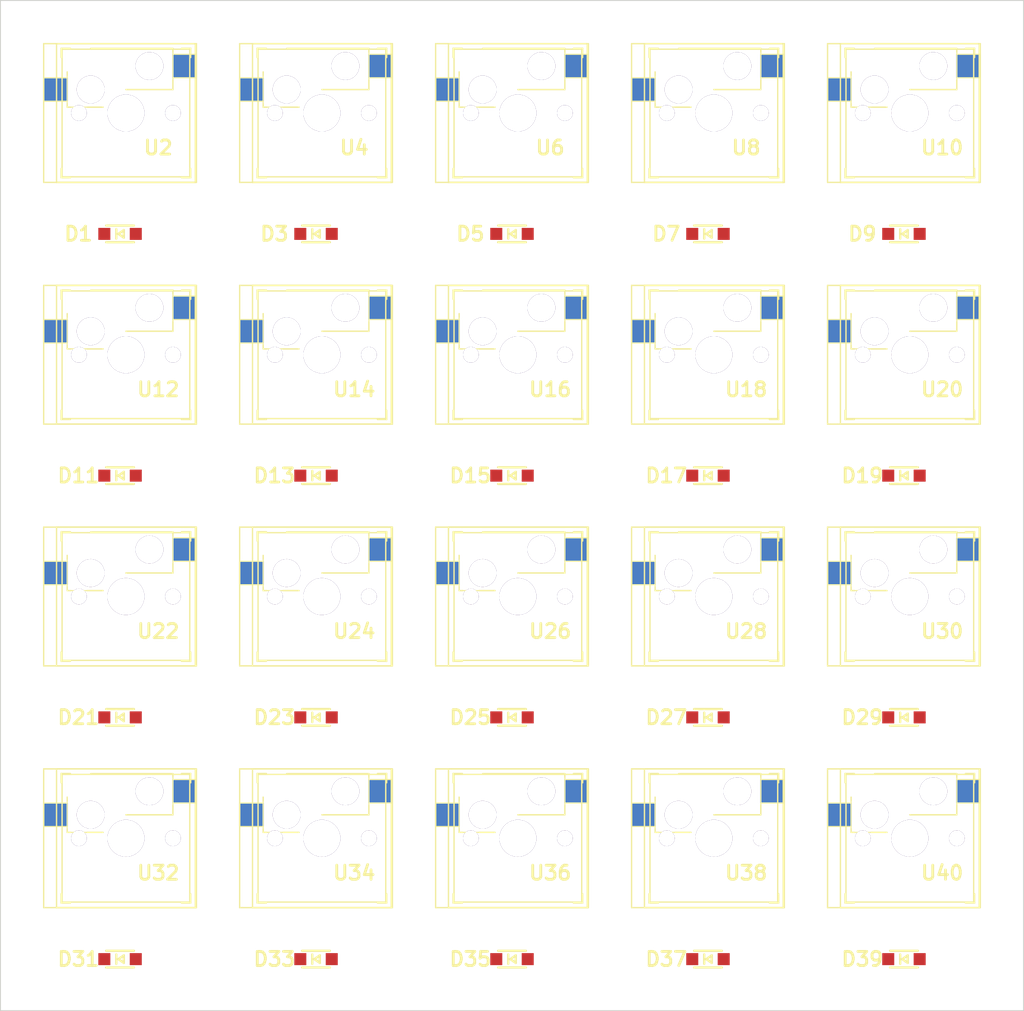
<source format=kicad_pcb>
(kicad_pcb
 (version 5)
 (host pcbnew 4.0.2-stable)
 (general
  (links 469)
  (no_connects 0)
  (area 0 0 110.56842984500076 109.22762876750112)
  (thickness 1.6002)
  (drawings 311)
  (tracks 3484)
  (zones 0)
  (modules 338)
  (nets 131))
 (page A3)
 (title_block
  (title GH60)
  (date "20 jan 2014")
  (rev B)
  (company "geekhack GH60 design team"))
 (layers
  (0 F.Cu signal)
  (31 B.Cu signal)
  (32 B.Adhes user)
  (33 F.Adhes user)
  (34 B.Paste user)
  (35 F.Paste user)
  (36 B.SilkS user)
  (37 F.SilkS user)
  (38 B.Mask user)
  (39 F.Mask user)
  (40 Dwgs.User user)
  (41 Cmts.User user)
  (42 Eco1.User user)
  (43 Eco2.User user)
  (44 Edge.Cuts user)
  (48 B.Fab user)
  (49 F.Fab user))
 (setup
  (last_trace_width 0.4064)
  (user_trace_width 0.254)
  (user_trace_width 0.4064)
  (user_trace_width 0.889)
  (trace_clearance 0.127)
  (zone_clearance 0.307299)
  (zone_45_only yes)
  (trace_min 0.127)
  (segment_width 2)
  (edge_width 0.0991)
  (via_size 1)
  (via_drill 0.4)
  (via_min_size 1)
  (via_min_drill 0.4)
  (uvia_size 0.508)
  (uvia_drill 0.127)
  (uvias_allowed no)
  (uvia_min_size 0.508)
  (uvia_min_drill 0.127)
  (pcb_text_width 0.3048)
  (pcb_text_size 1.524 2.032)
  (mod_edge_width 0.3)
  (mod_text_size 1.524 1.524)
  (mod_text_width 0.3048)
  (pad_size 0.9 0.9)
  (pad_drill 0.9)
  (pad_to_mask_clearance 0.1016)
  (pad_to_paste_clearance -0.02)
  (aux_axis_origin 62.29 64.62)
  (visible_elements FFFFFFFF)
  (pcbplotparams
   (layerselection 0x012a0_00000000)
   (usegerberextensions false)
   (excludeedgelayer true)
   (linewidth 0.15)
   (plotframeref false)
   (viasonmask false)
   (mode 1)
   (useauxorigin false)
   (hpglpennumber 1)
   (hpglpenspeed 20)
   (hpglpendiameter 15)
   (hpglpenoverlay 0)
   (psnegative false)
   (psa4output false)
   (plotreference true)
   (plotvalue false)
   (plotinvisibletext false)
   (padsonsilk false)
   (subtractmaskfromsilk false)
   (outputformat 4)
   (mirror false)
   (drillshape 0)
   (scaleselection 1)
   (outputdirectory gerber/)))
 (net 16 "16")
 (net 20 "20")
 (net 24 "24")
 (net 28 "28")
 (net 17 "17")
 (net 21 "21")
 (net 25 "25")
 (net 29 "29")
 (net 18 "18")
 (net 22 "22")
 (net 26 "26")
 (net 19 "19")
 (net 23 "23")
 (net 27 "27")
 (net 4 "4")
 (net 8 "8")
 (net 12 "12")
 (net 1 "1")
 (net 5 "5")
 (net 9 "9")
 (net 13 "13")
 (net 2 "2")
 (net 6 "6")
 (net 10 "10")
 (net 14 "14")
 (net 3 "3")
 (net 7 "7")
 (net 11 "11")
 (net 15 "15")
 (module "D1" (layer F.Cu)
   (tedit 0)
   (tstamp 0)
   (at 12.924738307500125 25.23947461500024 0)
   (path placeholder)
   (fp_text
    reference
    "D1"
    (at -4.499996999999993 7.105427357601002e-15 0)
    (layer F.SilkS)
    (effects (font (size 1.524 1.524) (thickness 0.3048))))
   (fp_line
    (start -0.17780000000000484 0.0)
    (end 0.40639999999999077 -0.40639999999999077)
    (layer F.SilkS)
    (width 0.254))
   (fp_line
    (start 0.40639999999999077 -0.40639999999999077)
    (end 0.40639999999999077 0.406400000000005)
    (layer F.SilkS)
    (width 0.254))
   (fp_line
    (start 0.40639999999999077 0.406400000000005)
    (end -0.17780000000000484 0.0)
    (layer F.SilkS)
    (width 0.254))
   (fp_line
    (start -1.4999969999999934 -0.8999981999999846)
    (end 1.4999969999999934 -0.8999981999999846)
    (layer F.SilkS)
    (width 0.254))
   (fp_line
    (start 1.4999969999999934 0.8999981999999989)
    (end -1.4999969999999934 0.8999981999999989)
    (layer F.SilkS)
    (width 0.254))
   (fp_line
    (start -0.40639999999999077 -0.5079999999999956)
    (end -0.40639999999999077 0.5080000000000098)
    (layer F.SilkS)
    (width 0.254))
   (pad
    2
    smd
    rect
    (at 1.7000220000000184 0.0 0)
    (size 1.2999973999999999 1.2999973999999999)
    (layers F.Cu F.Paste F.Mask)
    (net 4 "4"))
   (pad
    1
    smd
    rect
    (at -1.7000220000000041 0.0 0)
    (size 1.2999973999999999 1.2999973999999999)
    (layers F.Cu F.Paste F.Mask)
    (net 1 "1"))
   (fp_text
    user
    "right/-/cathode"
    (at 1.7000220000000184 0.0 90)
    (layer Eco1.User)
    (effects (font (size 0.2 0.2) (thickness 0.05))))
   (fp_text
    user
    "+/anode/left"
    (at -1.7000220000000041 0.0 90)
    (layer Eco1.User)
    (effects (font (size 0.2 0.2) (thickness 0.05)))))
 (module "U2" (layer F.Cu)
   (tedit 0)
   (tstamp 0)
   (at 13.559738307500124 12.169738307500115 0)
   (path placeholder)
   (fp_text
    reference
    "U2"
    (at 3.4924999999999997 3.75 0)
    (layer F.SilkS)
    (effects (font (size 1.524 1.524) (thickness 0.3048))))
   (fp_line (start -7 -6) (end -7 -7) (layer F.SilkS) (width 0.15))
   (fp_line (start -7 7) (end -6 7) (layer F.SilkS) (width 0.15))
   (fp_line (start -6 -7) (end -7 -7) (layer F.SilkS) (width 0.15))
   (fp_line (start -7 7) (end -7 6) (layer F.SilkS) (width 0.15))
   (fp_line (start 7 6) (end 7 7) (layer F.SilkS) (width 0.15))
   (fp_line (start 7 -7) (end 6 -7) (layer F.SilkS) (width 0.15))
   (fp_line (start 6 7) (end 7 7) (layer F.SilkS) (width 0.15))
   (fp_line (start 7 -7) (end 7 -6) (layer F.SilkS) (width 0.15))
   (fp_line (start -6.9 6.9) (end 6.9 6.9) (layer F.SilkS) (width 0.15))
   (fp_line (start 6.9 -6.9) (end -6.9 -6.9) (layer F.SilkS) (width 0.15))
   (fp_line (start 6.9 -6.9) (end 6.9 6.9) (layer F.SilkS) (width 0.15))
   (fp_line (start -6.9 6.9) (end -6.9 -6.9) (layer F.SilkS) (width 0.15))
   (fp_line (start -7.5 -7.5) (end 7.5 -7.5) (layer F.SilkS) (width 0.15))
   (fp_line (start 7.5 -7.5) (end 7.5 7.5) (layer F.SilkS) (width 0.15))
   (fp_line (start 7.5 7.5) (end -7.5 7.5) (layer F.SilkS) (width 0.15))
   (fp_line (start -7.5 7.5) (end -7.5 -7.5) (layer F.SilkS) (width 0.15))
   (fp_line
    (start -6.35 -1.016)
    (end -6.35 -0.635)
    (layer F.SilkS)
    (width 0.15))
   (fp_line (start 5.08 -3.556) (end 5.08 -2.54) (layer F.SilkS) (width 0.15))
   (fp_line (start 5.08 -2.54) (end 0 -2.54) (layer F.SilkS) (width 0.15))
   (fp_line
    (start -2.464162 -0.635)
    (end -4.191 -0.635)
    (layer F.SilkS)
    (width 0.15))
   (fp_line
    (start -5.969 -0.635)
    (end -6.35 -0.635)
    (layer F.SilkS)
    (width 0.15))
   (fp_line
    (start -6.35 -4.445)
    (end -6.35 -4.064)
    (layer F.SilkS)
    (width 0.15))
   (fp_line
    (start -3.81 -6.985)
    (end 5.08 -6.985)
    (layer F.SilkS)
    (width 0.15))
   (fp_line (start 5.08 -6.985) (end 5.08 -6.604) (layer F.SilkS) (width 0.15))
   (fp_line
    (start -6.35 -0.635)
    (end -2.54 -0.635)
    (layer F.SilkS)
    (width 0.12))
   (fp_line
    (start -6.35 -0.635)
    (end -6.35 -4.445)
    (layer F.SilkS)
    (width 0.12))
   (fp_line
    (start -3.81 -6.985)
    (end 5.08 -6.985)
    (layer F.SilkS)
    (width 0.12))
   (fp_line (start 5.08 -6.985) (end 5.08 -2.54) (layer F.SilkS) (width 0.12))
   (fp_line (start 5.08 -2.54) (end 0 -2.54) (layer F.SilkS) (width 0.12))
   (fp_line (start 5.08 -6.35) (end 7.62 -6.35) (layer F.SilkS) (width 0.12))
   (fp_line (start 7.62 -6.35) (end 7.62 -3.81) (layer F.SilkS) (width 0.12))
   (fp_line (start 7.62 -3.81) (end 5.08 -3.81) (layer F.SilkS) (width 0.12))
   (fp_line (start -6.35 -1.27) (end -8.89 -1.27) (layer F.SilkS) (width 0.12))
   (fp_line (start -8.89 -1.27) (end -8.89 -3.81) (layer F.SilkS) (width 0.12))
   (fp_line (start -8.89 -3.81) (end -6.35 -3.81) (layer F.SilkS) (width 0.12))
   (fp_line (start -8.89 -7.5) (end 7.62 -7.5) (layer F.SilkS) (width 0.15))
   (fp_line (start 7.62 -7.5) (end 7.62 7.5) (layer F.SilkS) (width 0.15))
   (fp_line (start 7.62 7.5) (end -8.89 7.5) (layer F.SilkS) (width 0.15))
   (fp_line (start -8.89 7.5) (end -8.89 -7.5) (layer F.SilkS) (width 0.15))
   (pad
    1
    smd
    rect
    (at 6.29 -5.08 0)
    (size 2.55 2.5)
    (layers B.Cu B.Paste B.Mask)
    (net 18 "18"))
   (pad
    2
    smd
    rect
    (at -7.56 -2.54 0)
    (size 2.55 2.5)
    (layers B.Cu B.Paste B.Mask)
    (net 1 "1"))
   (pad
    ""
    thru_hole
    circle
    (at 2.54 -5.08 0)
    (size 3 3)
    (drill 3)
    (layers *.Cu *.Mask))
   (pad
    ""
    thru_hole
    circle
    (at -3.81 -2.54 0)
    (size 3 3)
    (drill 3)
    (layers *.Cu *.Mask))
   (pad
    ""
    thru_hole
    circle
    (at 0 0 0)
    (size 3.9878 3.9878)
    (drill 3.9878)
    (layers *.Cu *.Mask))
   (pad
    ""
    thru_hole
    circle
    (at 5.08 0 0)
    (size 1.7018 1.7018)
    (drill 1.7018)
    (layers *.Cu *.Mask))
   (pad
    ""
    thru_hole
    circle
    (at -5.08 0 0)
    (size 1.7018 1.7018)
    (drill 1.7018)
    (layers *.Cu *.Mask))
   (fp_text
    user
    "left/1"
    (at 6.29 -5.08)
    (layer Eco1.User)
    (effects (font (size 0.2 0.2) (thickness 0.05))))
   (fp_text
    user
    "right/2"
    (at -7.56 -2.54)
    (layer Eco1.User)
    (effects (font (size 0.2 0.2) (thickness 0.05))))
   (fp_text
    user
    ""
    (at 2.54 -5.08 90)
    (layer Eco1.User)
    (effects (font (size 0.2 0.2) (thickness 0.05))))
   (fp_text
    user
    ""
    (at -3.81 -2.54 90)
    (layer Eco1.User)
    (effects (font (size 0.2 0.2) (thickness 0.05))))
   (fp_text
    user
    ""
    (at 0 0 90)
    (layer Eco1.User)
    (effects (font (size 0.2 0.2) (thickness 0.05))))
   (fp_text
    user
    ""
    (at 5.08 0 90)
    (layer Eco1.User)
    (effects (font (size 0.2 0.2) (thickness 0.05))))
   (fp_text
    user
    ""
    (at -5.08 0 90)
    (layer Eco1.User)
    (effects (font (size 0.2 0.2) (thickness 0.05)))))
 (module "D3" (layer F.Cu)
   (tedit 0)
   (tstamp 0)
   (at 34.104476615000245 25.23947461500024 0)
   (path placeholder)
   (fp_text
    reference
    "D3"
    (at -4.499996999999993 7.105427357601002e-15 0)
    (layer F.SilkS)
    (effects (font (size 1.524 1.524) (thickness 0.3048))))
   (fp_line
    (start -0.17780000000000484 0.0)
    (end 0.40639999999999077 -0.40639999999999077)
    (layer F.SilkS)
    (width 0.254))
   (fp_line
    (start 0.40639999999999077 -0.40639999999999077)
    (end 0.40639999999999077 0.406400000000005)
    (layer F.SilkS)
    (width 0.254))
   (fp_line
    (start 0.40639999999999077 0.406400000000005)
    (end -0.17780000000000484 0.0)
    (layer F.SilkS)
    (width 0.254))
   (fp_line
    (start -1.4999969999999934 -0.8999981999999846)
    (end 1.4999969999999934 -0.8999981999999846)
    (layer F.SilkS)
    (width 0.254))
   (fp_line
    (start 1.4999969999999934 0.8999981999999989)
    (end -1.4999969999999934 0.8999981999999989)
    (layer F.SilkS)
    (width 0.254))
   (fp_line
    (start -0.40639999999999077 -0.5079999999999956)
    (end -0.40639999999999077 0.5080000000000098)
    (layer F.SilkS)
    (width 0.254))
   (pad
    2
    smd
    rect
    (at 1.7000220000000184 0.0 0)
    (size 1.2999973999999999 1.2999973999999999)
    (layers F.Cu F.Paste F.Mask)
    (net 4 "4"))
   (pad
    1
    smd
    rect
    (at -1.7000220000000041 0.0 0)
    (size 1.2999973999999999 1.2999973999999999)
    (layers F.Cu F.Paste F.Mask)
    (net 7 "7"))
   (fp_text
    user
    "right/-/cathode"
    (at 1.7000220000000184 0.0 90)
    (layer Eco1.User)
    (effects (font (size 0.2 0.2) (thickness 0.05))))
   (fp_text
    user
    "+/anode/left"
    (at -1.7000220000000041 0.0 90)
    (layer Eco1.User)
    (effects (font (size 0.2 0.2) (thickness 0.05)))))
 (module "U4" (layer F.Cu)
   (tedit 0)
   (tstamp 0)
   (at 34.73947661500024 12.169738307500115 0)
   (path placeholder)
   (fp_text
    reference
    "U4"
    (at 3.4924999999999997 3.75 0)
    (layer F.SilkS)
    (effects (font (size 1.524 1.524) (thickness 0.3048))))
   (fp_line (start -7 -6) (end -7 -7) (layer F.SilkS) (width 0.15))
   (fp_line (start -7 7) (end -6 7) (layer F.SilkS) (width 0.15))
   (fp_line (start -6 -7) (end -7 -7) (layer F.SilkS) (width 0.15))
   (fp_line (start -7 7) (end -7 6) (layer F.SilkS) (width 0.15))
   (fp_line (start 7 6) (end 7 7) (layer F.SilkS) (width 0.15))
   (fp_line (start 7 -7) (end 6 -7) (layer F.SilkS) (width 0.15))
   (fp_line (start 6 7) (end 7 7) (layer F.SilkS) (width 0.15))
   (fp_line (start 7 -7) (end 7 -6) (layer F.SilkS) (width 0.15))
   (fp_line (start -6.9 6.9) (end 6.9 6.9) (layer F.SilkS) (width 0.15))
   (fp_line (start 6.9 -6.9) (end -6.9 -6.9) (layer F.SilkS) (width 0.15))
   (fp_line (start 6.9 -6.9) (end 6.9 6.9) (layer F.SilkS) (width 0.15))
   (fp_line (start -6.9 6.9) (end -6.9 -6.9) (layer F.SilkS) (width 0.15))
   (fp_line (start -7.5 -7.5) (end 7.5 -7.5) (layer F.SilkS) (width 0.15))
   (fp_line (start 7.5 -7.5) (end 7.5 7.5) (layer F.SilkS) (width 0.15))
   (fp_line (start 7.5 7.5) (end -7.5 7.5) (layer F.SilkS) (width 0.15))
   (fp_line (start -7.5 7.5) (end -7.5 -7.5) (layer F.SilkS) (width 0.15))
   (fp_line
    (start -6.35 -1.016)
    (end -6.35 -0.635)
    (layer F.SilkS)
    (width 0.15))
   (fp_line (start 5.08 -3.556) (end 5.08 -2.54) (layer F.SilkS) (width 0.15))
   (fp_line (start 5.08 -2.54) (end 0 -2.54) (layer F.SilkS) (width 0.15))
   (fp_line
    (start -2.464162 -0.635)
    (end -4.191 -0.635)
    (layer F.SilkS)
    (width 0.15))
   (fp_line
    (start -5.969 -0.635)
    (end -6.35 -0.635)
    (layer F.SilkS)
    (width 0.15))
   (fp_line
    (start -6.35 -4.445)
    (end -6.35 -4.064)
    (layer F.SilkS)
    (width 0.15))
   (fp_line
    (start -3.81 -6.985)
    (end 5.08 -6.985)
    (layer F.SilkS)
    (width 0.15))
   (fp_line (start 5.08 -6.985) (end 5.08 -6.604) (layer F.SilkS) (width 0.15))
   (fp_line
    (start -6.35 -0.635)
    (end -2.54 -0.635)
    (layer F.SilkS)
    (width 0.12))
   (fp_line
    (start -6.35 -0.635)
    (end -6.35 -4.445)
    (layer F.SilkS)
    (width 0.12))
   (fp_line
    (start -3.81 -6.985)
    (end 5.08 -6.985)
    (layer F.SilkS)
    (width 0.12))
   (fp_line (start 5.08 -6.985) (end 5.08 -2.54) (layer F.SilkS) (width 0.12))
   (fp_line (start 5.08 -2.54) (end 0 -2.54) (layer F.SilkS) (width 0.12))
   (fp_line (start 5.08 -6.35) (end 7.62 -6.35) (layer F.SilkS) (width 0.12))
   (fp_line (start 7.62 -6.35) (end 7.62 -3.81) (layer F.SilkS) (width 0.12))
   (fp_line (start 7.62 -3.81) (end 5.08 -3.81) (layer F.SilkS) (width 0.12))
   (fp_line (start -6.35 -1.27) (end -8.89 -1.27) (layer F.SilkS) (width 0.12))
   (fp_line (start -8.89 -1.27) (end -8.89 -3.81) (layer F.SilkS) (width 0.12))
   (fp_line (start -8.89 -3.81) (end -6.35 -3.81) (layer F.SilkS) (width 0.12))
   (fp_line (start -8.89 -7.5) (end 7.62 -7.5) (layer F.SilkS) (width 0.15))
   (fp_line (start 7.62 -7.5) (end 7.62 7.5) (layer F.SilkS) (width 0.15))
   (fp_line (start 7.62 7.5) (end -8.89 7.5) (layer F.SilkS) (width 0.15))
   (fp_line (start -8.89 7.5) (end -8.89 -7.5) (layer F.SilkS) (width 0.15))
   (pad
    1
    smd
    rect
    (at 6.29 -5.08 0)
    (size 2.55 2.5)
    (layers B.Cu B.Paste B.Mask)
    (net 29 "29"))
   (pad
    2
    smd
    rect
    (at -7.56 -2.54 0)
    (size 2.55 2.5)
    (layers B.Cu B.Paste B.Mask)
    (net 7 "7"))
   (pad
    ""
    thru_hole
    circle
    (at 2.54 -5.08 0)
    (size 3 3)
    (drill 3)
    (layers *.Cu *.Mask))
   (pad
    ""
    thru_hole
    circle
    (at -3.81 -2.54 0)
    (size 3 3)
    (drill 3)
    (layers *.Cu *.Mask))
   (pad
    ""
    thru_hole
    circle
    (at 0 0 0)
    (size 3.9878 3.9878)
    (drill 3.9878)
    (layers *.Cu *.Mask))
   (pad
    ""
    thru_hole
    circle
    (at 5.08 0 0)
    (size 1.7018 1.7018)
    (drill 1.7018)
    (layers *.Cu *.Mask))
   (pad
    ""
    thru_hole
    circle
    (at -5.08 0 0)
    (size 1.7018 1.7018)
    (drill 1.7018)
    (layers *.Cu *.Mask))
   (fp_text
    user
    "left/1"
    (at 6.29 -5.08)
    (layer Eco1.User)
    (effects (font (size 0.2 0.2) (thickness 0.05))))
   (fp_text
    user
    "right/2"
    (at -7.56 -2.54)
    (layer Eco1.User)
    (effects (font (size 0.2 0.2) (thickness 0.05))))
   (fp_text
    user
    ""
    (at 2.54 -5.08 90)
    (layer Eco1.User)
    (effects (font (size 0.2 0.2) (thickness 0.05))))
   (fp_text
    user
    ""
    (at -3.81 -2.54 90)
    (layer Eco1.User)
    (effects (font (size 0.2 0.2) (thickness 0.05))))
   (fp_text
    user
    ""
    (at 0 0 90)
    (layer Eco1.User)
    (effects (font (size 0.2 0.2) (thickness 0.05))))
   (fp_text
    user
    ""
    (at 5.08 0 90)
    (layer Eco1.User)
    (effects (font (size 0.2 0.2) (thickness 0.05))))
   (fp_text
    user
    ""
    (at -5.08 0 90)
    (layer Eco1.User)
    (effects (font (size 0.2 0.2) (thickness 0.05)))))
 (module "D5" (layer F.Cu)
   (tedit 0)
   (tstamp 0)
   (at 55.28421492250038 25.23947461500024 0)
   (path placeholder)
   (fp_text
    reference
    "D5"
    (at -4.499996999999993 7.105427357601002e-15 0)
    (layer F.SilkS)
    (effects (font (size 1.524 1.524) (thickness 0.3048))))
   (fp_line
    (start -0.17780000000000484 0.0)
    (end 0.40639999999999077 -0.40639999999999077)
    (layer F.SilkS)
    (width 0.254))
   (fp_line
    (start 0.40639999999999077 -0.40639999999999077)
    (end 0.40639999999999077 0.406400000000005)
    (layer F.SilkS)
    (width 0.254))
   (fp_line
    (start 0.40639999999999077 0.406400000000005)
    (end -0.17780000000000484 0.0)
    (layer F.SilkS)
    (width 0.254))
   (fp_line
    (start -1.4999969999999934 -0.8999981999999846)
    (end 1.4999969999999934 -0.8999981999999846)
    (layer F.SilkS)
    (width 0.254))
   (fp_line
    (start 1.4999969999999934 0.8999981999999989)
    (end -1.4999969999999934 0.8999981999999989)
    (layer F.SilkS)
    (width 0.254))
   (fp_line
    (start -0.40639999999999077 -0.5079999999999956)
    (end -0.40639999999999077 0.5080000000000098)
    (layer F.SilkS)
    (width 0.254))
   (pad
    2
    smd
    rect
    (at 1.7000220000000184 0.0 0)
    (size 1.2999973999999999 1.2999973999999999)
    (layers F.Cu F.Paste F.Mask)
    (net 4 "4"))
   (pad
    1
    smd
    rect
    (at -1.7000220000000041 0.0 0)
    (size 1.2999973999999999 1.2999973999999999)
    (layers F.Cu F.Paste F.Mask)
    (net 28 "28"))
   (fp_text
    user
    "right/-/cathode"
    (at 1.7000220000000184 0.0 90)
    (layer Eco1.User)
    (effects (font (size 0.2 0.2) (thickness 0.05))))
   (fp_text
    user
    "+/anode/left"
    (at -1.7000220000000041 0.0 90)
    (layer Eco1.User)
    (effects (font (size 0.2 0.2) (thickness 0.05)))))
 (module "U6" (layer F.Cu)
   (tedit 0)
   (tstamp 0)
   (at 55.91921492250038 12.169738307500115 0)
   (path placeholder)
   (fp_text
    reference
    "U6"
    (at 3.4924999999999997 3.75 0)
    (layer F.SilkS)
    (effects (font (size 1.524 1.524) (thickness 0.3048))))
   (fp_line (start -7 -6) (end -7 -7) (layer F.SilkS) (width 0.15))
   (fp_line (start -7 7) (end -6 7) (layer F.SilkS) (width 0.15))
   (fp_line (start -6 -7) (end -7 -7) (layer F.SilkS) (width 0.15))
   (fp_line (start -7 7) (end -7 6) (layer F.SilkS) (width 0.15))
   (fp_line (start 7 6) (end 7 7) (layer F.SilkS) (width 0.15))
   (fp_line (start 7 -7) (end 6 -7) (layer F.SilkS) (width 0.15))
   (fp_line (start 6 7) (end 7 7) (layer F.SilkS) (width 0.15))
   (fp_line (start 7 -7) (end 7 -6) (layer F.SilkS) (width 0.15))
   (fp_line (start -6.9 6.9) (end 6.9 6.9) (layer F.SilkS) (width 0.15))
   (fp_line (start 6.9 -6.9) (end -6.9 -6.9) (layer F.SilkS) (width 0.15))
   (fp_line (start 6.9 -6.9) (end 6.9 6.9) (layer F.SilkS) (width 0.15))
   (fp_line (start -6.9 6.9) (end -6.9 -6.9) (layer F.SilkS) (width 0.15))
   (fp_line (start -7.5 -7.5) (end 7.5 -7.5) (layer F.SilkS) (width 0.15))
   (fp_line (start 7.5 -7.5) (end 7.5 7.5) (layer F.SilkS) (width 0.15))
   (fp_line (start 7.5 7.5) (end -7.5 7.5) (layer F.SilkS) (width 0.15))
   (fp_line (start -7.5 7.5) (end -7.5 -7.5) (layer F.SilkS) (width 0.15))
   (fp_line
    (start -6.35 -1.016)
    (end -6.35 -0.635)
    (layer F.SilkS)
    (width 0.15))
   (fp_line (start 5.08 -3.556) (end 5.08 -2.54) (layer F.SilkS) (width 0.15))
   (fp_line (start 5.08 -2.54) (end 0 -2.54) (layer F.SilkS) (width 0.15))
   (fp_line
    (start -2.464162 -0.635)
    (end -4.191 -0.635)
    (layer F.SilkS)
    (width 0.15))
   (fp_line
    (start -5.969 -0.635)
    (end -6.35 -0.635)
    (layer F.SilkS)
    (width 0.15))
   (fp_line
    (start -6.35 -4.445)
    (end -6.35 -4.064)
    (layer F.SilkS)
    (width 0.15))
   (fp_line
    (start -3.81 -6.985)
    (end 5.08 -6.985)
    (layer F.SilkS)
    (width 0.15))
   (fp_line (start 5.08 -6.985) (end 5.08 -6.604) (layer F.SilkS) (width 0.15))
   (fp_line
    (start -6.35 -0.635)
    (end -2.54 -0.635)
    (layer F.SilkS)
    (width 0.12))
   (fp_line
    (start -6.35 -0.635)
    (end -6.35 -4.445)
    (layer F.SilkS)
    (width 0.12))
   (fp_line
    (start -3.81 -6.985)
    (end 5.08 -6.985)
    (layer F.SilkS)
    (width 0.12))
   (fp_line (start 5.08 -6.985) (end 5.08 -2.54) (layer F.SilkS) (width 0.12))
   (fp_line (start 5.08 -2.54) (end 0 -2.54) (layer F.SilkS) (width 0.12))
   (fp_line (start 5.08 -6.35) (end 7.62 -6.35) (layer F.SilkS) (width 0.12))
   (fp_line (start 7.62 -6.35) (end 7.62 -3.81) (layer F.SilkS) (width 0.12))
   (fp_line (start 7.62 -3.81) (end 5.08 -3.81) (layer F.SilkS) (width 0.12))
   (fp_line (start -6.35 -1.27) (end -8.89 -1.27) (layer F.SilkS) (width 0.12))
   (fp_line (start -8.89 -1.27) (end -8.89 -3.81) (layer F.SilkS) (width 0.12))
   (fp_line (start -8.89 -3.81) (end -6.35 -3.81) (layer F.SilkS) (width 0.12))
   (fp_line (start -8.89 -7.5) (end 7.62 -7.5) (layer F.SilkS) (width 0.15))
   (fp_line (start 7.62 -7.5) (end 7.62 7.5) (layer F.SilkS) (width 0.15))
   (fp_line (start 7.62 7.5) (end -8.89 7.5) (layer F.SilkS) (width 0.15))
   (fp_line (start -8.89 7.5) (end -8.89 -7.5) (layer F.SilkS) (width 0.15))
   (pad
    1
    smd
    rect
    (at 6.29 -5.08 0)
    (size 2.55 2.5)
    (layers B.Cu B.Paste B.Mask)
    (net 22 "22"))
   (pad
    2
    smd
    rect
    (at -7.56 -2.54 0)
    (size 2.55 2.5)
    (layers B.Cu B.Paste B.Mask)
    (net 28 "28"))
   (pad
    ""
    thru_hole
    circle
    (at 2.54 -5.08 0)
    (size 3 3)
    (drill 3)
    (layers *.Cu *.Mask))
   (pad
    ""
    thru_hole
    circle
    (at -3.81 -2.54 0)
    (size 3 3)
    (drill 3)
    (layers *.Cu *.Mask))
   (pad
    ""
    thru_hole
    circle
    (at 0 0 0)
    (size 3.9878 3.9878)
    (drill 3.9878)
    (layers *.Cu *.Mask))
   (pad
    ""
    thru_hole
    circle
    (at 5.08 0 0)
    (size 1.7018 1.7018)
    (drill 1.7018)
    (layers *.Cu *.Mask))
   (pad
    ""
    thru_hole
    circle
    (at -5.08 0 0)
    (size 1.7018 1.7018)
    (drill 1.7018)
    (layers *.Cu *.Mask))
   (fp_text
    user
    "left/1"
    (at 6.29 -5.08)
    (layer Eco1.User)
    (effects (font (size 0.2 0.2) (thickness 0.05))))
   (fp_text
    user
    "right/2"
    (at -7.56 -2.54)
    (layer Eco1.User)
    (effects (font (size 0.2 0.2) (thickness 0.05))))
   (fp_text
    user
    ""
    (at 2.54 -5.08 90)
    (layer Eco1.User)
    (effects (font (size 0.2 0.2) (thickness 0.05))))
   (fp_text
    user
    ""
    (at -3.81 -2.54 90)
    (layer Eco1.User)
    (effects (font (size 0.2 0.2) (thickness 0.05))))
   (fp_text
    user
    ""
    (at 0 0 90)
    (layer Eco1.User)
    (effects (font (size 0.2 0.2) (thickness 0.05))))
   (fp_text
    user
    ""
    (at 5.08 0 90)
    (layer Eco1.User)
    (effects (font (size 0.2 0.2) (thickness 0.05))))
   (fp_text
    user
    ""
    (at -5.08 0 90)
    (layer Eco1.User)
    (effects (font (size 0.2 0.2) (thickness 0.05)))))
 (module "D7" (layer F.Cu)
   (tedit 0)
   (tstamp 0)
   (at 76.46395323000051 25.23947461500024 0)
   (path placeholder)
   (fp_text
    reference
    "D7"
    (at -4.499996999999993 7.105427357601002e-15 0)
    (layer F.SilkS)
    (effects (font (size 1.524 1.524) (thickness 0.3048))))
   (fp_line
    (start -0.17780000000000484 0.0)
    (end 0.40639999999999077 -0.40639999999999077)
    (layer F.SilkS)
    (width 0.254))
   (fp_line
    (start 0.40639999999999077 -0.40639999999999077)
    (end 0.40639999999999077 0.406400000000005)
    (layer F.SilkS)
    (width 0.254))
   (fp_line
    (start 0.40639999999999077 0.406400000000005)
    (end -0.17780000000000484 0.0)
    (layer F.SilkS)
    (width 0.254))
   (fp_line
    (start -1.4999969999999934 -0.8999981999999846)
    (end 1.4999969999999934 -0.8999981999999846)
    (layer F.SilkS)
    (width 0.254))
   (fp_line
    (start 1.4999969999999934 0.8999981999999989)
    (end -1.4999969999999934 0.8999981999999989)
    (layer F.SilkS)
    (width 0.254))
   (fp_line
    (start -0.40639999999999077 -0.5079999999999956)
    (end -0.40639999999999077 0.5080000000000098)
    (layer F.SilkS)
    (width 0.254))
   (pad
    2
    smd
    rect
    (at 1.7000220000000184 0.0 0)
    (size 1.2999973999999999 1.2999973999999999)
    (layers F.Cu F.Paste F.Mask)
    (net 4 "4"))
   (pad
    1
    smd
    rect
    (at -1.7000220000000041 0.0 0)
    (size 1.2999973999999999 1.2999973999999999)
    (layers F.Cu F.Paste F.Mask)
    (net 5 "5"))
   (fp_text
    user
    "right/-/cathode"
    (at 1.7000220000000184 0.0 90)
    (layer Eco1.User)
    (effects (font (size 0.2 0.2) (thickness 0.05))))
   (fp_text
    user
    "+/anode/left"
    (at -1.7000220000000041 0.0 90)
    (layer Eco1.User)
    (effects (font (size 0.2 0.2) (thickness 0.05)))))
 (module "U8" (layer F.Cu)
   (tedit 0)
   (tstamp 0)
   (at 77.09895323000052 12.169738307500115 0)
   (path placeholder)
   (fp_text
    reference
    "U8"
    (at 3.4924999999999997 3.75 0)
    (layer F.SilkS)
    (effects (font (size 1.524 1.524) (thickness 0.3048))))
   (fp_line (start -7 -6) (end -7 -7) (layer F.SilkS) (width 0.15))
   (fp_line (start -7 7) (end -6 7) (layer F.SilkS) (width 0.15))
   (fp_line (start -6 -7) (end -7 -7) (layer F.SilkS) (width 0.15))
   (fp_line (start -7 7) (end -7 6) (layer F.SilkS) (width 0.15))
   (fp_line (start 7 6) (end 7 7) (layer F.SilkS) (width 0.15))
   (fp_line (start 7 -7) (end 6 -7) (layer F.SilkS) (width 0.15))
   (fp_line (start 6 7) (end 7 7) (layer F.SilkS) (width 0.15))
   (fp_line (start 7 -7) (end 7 -6) (layer F.SilkS) (width 0.15))
   (fp_line (start -6.9 6.9) (end 6.9 6.9) (layer F.SilkS) (width 0.15))
   (fp_line (start 6.9 -6.9) (end -6.9 -6.9) (layer F.SilkS) (width 0.15))
   (fp_line (start 6.9 -6.9) (end 6.9 6.9) (layer F.SilkS) (width 0.15))
   (fp_line (start -6.9 6.9) (end -6.9 -6.9) (layer F.SilkS) (width 0.15))
   (fp_line (start -7.5 -7.5) (end 7.5 -7.5) (layer F.SilkS) (width 0.15))
   (fp_line (start 7.5 -7.5) (end 7.5 7.5) (layer F.SilkS) (width 0.15))
   (fp_line (start 7.5 7.5) (end -7.5 7.5) (layer F.SilkS) (width 0.15))
   (fp_line (start -7.5 7.5) (end -7.5 -7.5) (layer F.SilkS) (width 0.15))
   (fp_line
    (start -6.35 -1.016)
    (end -6.35 -0.635)
    (layer F.SilkS)
    (width 0.15))
   (fp_line (start 5.08 -3.556) (end 5.08 -2.54) (layer F.SilkS) (width 0.15))
   (fp_line (start 5.08 -2.54) (end 0 -2.54) (layer F.SilkS) (width 0.15))
   (fp_line
    (start -2.464162 -0.635)
    (end -4.191 -0.635)
    (layer F.SilkS)
    (width 0.15))
   (fp_line
    (start -5.969 -0.635)
    (end -6.35 -0.635)
    (layer F.SilkS)
    (width 0.15))
   (fp_line
    (start -6.35 -4.445)
    (end -6.35 -4.064)
    (layer F.SilkS)
    (width 0.15))
   (fp_line
    (start -3.81 -6.985)
    (end 5.08 -6.985)
    (layer F.SilkS)
    (width 0.15))
   (fp_line (start 5.08 -6.985) (end 5.08 -6.604) (layer F.SilkS) (width 0.15))
   (fp_line
    (start -6.35 -0.635)
    (end -2.54 -0.635)
    (layer F.SilkS)
    (width 0.12))
   (fp_line
    (start -6.35 -0.635)
    (end -6.35 -4.445)
    (layer F.SilkS)
    (width 0.12))
   (fp_line
    (start -3.81 -6.985)
    (end 5.08 -6.985)
    (layer F.SilkS)
    (width 0.12))
   (fp_line (start 5.08 -6.985) (end 5.08 -2.54) (layer F.SilkS) (width 0.12))
   (fp_line (start 5.08 -2.54) (end 0 -2.54) (layer F.SilkS) (width 0.12))
   (fp_line (start 5.08 -6.35) (end 7.62 -6.35) (layer F.SilkS) (width 0.12))
   (fp_line (start 7.62 -6.35) (end 7.62 -3.81) (layer F.SilkS) (width 0.12))
   (fp_line (start 7.62 -3.81) (end 5.08 -3.81) (layer F.SilkS) (width 0.12))
   (fp_line (start -6.35 -1.27) (end -8.89 -1.27) (layer F.SilkS) (width 0.12))
   (fp_line (start -8.89 -1.27) (end -8.89 -3.81) (layer F.SilkS) (width 0.12))
   (fp_line (start -8.89 -3.81) (end -6.35 -3.81) (layer F.SilkS) (width 0.12))
   (fp_line (start -8.89 -7.5) (end 7.62 -7.5) (layer F.SilkS) (width 0.15))
   (fp_line (start 7.62 -7.5) (end 7.62 7.5) (layer F.SilkS) (width 0.15))
   (fp_line (start 7.62 7.5) (end -8.89 7.5) (layer F.SilkS) (width 0.15))
   (fp_line (start -8.89 7.5) (end -8.89 -7.5) (layer F.SilkS) (width 0.15))
   (pad
    1
    smd
    rect
    (at 6.29 -5.08 0)
    (size 2.55 2.5)
    (layers B.Cu B.Paste B.Mask)
    (net 12 "12"))
   (pad
    2
    smd
    rect
    (at -7.56 -2.54 0)
    (size 2.55 2.5)
    (layers B.Cu B.Paste B.Mask)
    (net 5 "5"))
   (pad
    ""
    thru_hole
    circle
    (at 2.54 -5.08 0)
    (size 3 3)
    (drill 3)
    (layers *.Cu *.Mask))
   (pad
    ""
    thru_hole
    circle
    (at -3.81 -2.54 0)
    (size 3 3)
    (drill 3)
    (layers *.Cu *.Mask))
   (pad
    ""
    thru_hole
    circle
    (at 0 0 0)
    (size 3.9878 3.9878)
    (drill 3.9878)
    (layers *.Cu *.Mask))
   (pad
    ""
    thru_hole
    circle
    (at 5.08 0 0)
    (size 1.7018 1.7018)
    (drill 1.7018)
    (layers *.Cu *.Mask))
   (pad
    ""
    thru_hole
    circle
    (at -5.08 0 0)
    (size 1.7018 1.7018)
    (drill 1.7018)
    (layers *.Cu *.Mask))
   (fp_text
    user
    "left/1"
    (at 6.29 -5.08)
    (layer Eco1.User)
    (effects (font (size 0.2 0.2) (thickness 0.05))))
   (fp_text
    user
    "right/2"
    (at -7.56 -2.54)
    (layer Eco1.User)
    (effects (font (size 0.2 0.2) (thickness 0.05))))
   (fp_text
    user
    ""
    (at 2.54 -5.08 90)
    (layer Eco1.User)
    (effects (font (size 0.2 0.2) (thickness 0.05))))
   (fp_text
    user
    ""
    (at -3.81 -2.54 90)
    (layer Eco1.User)
    (effects (font (size 0.2 0.2) (thickness 0.05))))
   (fp_text
    user
    ""
    (at 0 0 90)
    (layer Eco1.User)
    (effects (font (size 0.2 0.2) (thickness 0.05))))
   (fp_text
    user
    ""
    (at 5.08 0 90)
    (layer Eco1.User)
    (effects (font (size 0.2 0.2) (thickness 0.05))))
   (fp_text
    user
    ""
    (at -5.08 0 90)
    (layer Eco1.User)
    (effects (font (size 0.2 0.2) (thickness 0.05)))))
 (module "D9" (layer F.Cu)
   (tedit 0)
   (tstamp 0)
   (at 97.64369153750064 25.23947461500024 0)
   (path placeholder)
   (fp_text
    reference
    "D9"
    (at -4.499996999999993 7.105427357601002e-15 0)
    (layer F.SilkS)
    (effects (font (size 1.524 1.524) (thickness 0.3048))))
   (fp_line
    (start -0.17780000000000484 0.0)
    (end 0.40639999999999077 -0.40639999999999077)
    (layer F.SilkS)
    (width 0.254))
   (fp_line
    (start 0.40639999999999077 -0.40639999999999077)
    (end 0.40639999999999077 0.406400000000005)
    (layer F.SilkS)
    (width 0.254))
   (fp_line
    (start 0.40639999999999077 0.406400000000005)
    (end -0.17780000000000484 0.0)
    (layer F.SilkS)
    (width 0.254))
   (fp_line
    (start -1.4999969999999934 -0.8999981999999846)
    (end 1.4999969999999934 -0.8999981999999846)
    (layer F.SilkS)
    (width 0.254))
   (fp_line
    (start 1.4999969999999934 0.8999981999999989)
    (end -1.4999969999999934 0.8999981999999989)
    (layer F.SilkS)
    (width 0.254))
   (fp_line
    (start -0.40639999999999077 -0.5079999999999956)
    (end -0.40639999999999077 0.5080000000000098)
    (layer F.SilkS)
    (width 0.254))
   (pad
    2
    smd
    rect
    (at 1.7000220000000184 0.0 0)
    (size 1.2999973999999999 1.2999973999999999)
    (layers F.Cu F.Paste F.Mask)
    (net 4 "4"))
   (pad
    1
    smd
    rect
    (at -1.7000220000000041 0.0 0)
    (size 1.2999973999999999 1.2999973999999999)
    (layers F.Cu F.Paste F.Mask)
    (net 11 "11"))
   (fp_text
    user
    "right/-/cathode"
    (at 1.7000220000000184 0.0 90)
    (layer Eco1.User)
    (effects (font (size 0.2 0.2) (thickness 0.05))))
   (fp_text
    user
    "+/anode/left"
    (at -1.7000220000000041 0.0 90)
    (layer Eco1.User)
    (effects (font (size 0.2 0.2) (thickness 0.05)))))
 (module "U10" (layer F.Cu)
   (tedit 0)
   (tstamp 0)
   (at 98.27869153750065 12.169738307500115 0)
   (path placeholder)
   (fp_text
    reference
    "U10"
    (at 3.4924999999999997 3.75 0)
    (layer F.SilkS)
    (effects (font (size 1.524 1.524) (thickness 0.3048))))
   (fp_line (start -7 -6) (end -7 -7) (layer F.SilkS) (width 0.15))
   (fp_line (start -7 7) (end -6 7) (layer F.SilkS) (width 0.15))
   (fp_line (start -6 -7) (end -7 -7) (layer F.SilkS) (width 0.15))
   (fp_line (start -7 7) (end -7 6) (layer F.SilkS) (width 0.15))
   (fp_line (start 7 6) (end 7 7) (layer F.SilkS) (width 0.15))
   (fp_line (start 7 -7) (end 6 -7) (layer F.SilkS) (width 0.15))
   (fp_line (start 6 7) (end 7 7) (layer F.SilkS) (width 0.15))
   (fp_line (start 7 -7) (end 7 -6) (layer F.SilkS) (width 0.15))
   (fp_line (start -6.9 6.9) (end 6.9 6.9) (layer F.SilkS) (width 0.15))
   (fp_line (start 6.9 -6.9) (end -6.9 -6.9) (layer F.SilkS) (width 0.15))
   (fp_line (start 6.9 -6.9) (end 6.9 6.9) (layer F.SilkS) (width 0.15))
   (fp_line (start -6.9 6.9) (end -6.9 -6.9) (layer F.SilkS) (width 0.15))
   (fp_line (start -7.5 -7.5) (end 7.5 -7.5) (layer F.SilkS) (width 0.15))
   (fp_line (start 7.5 -7.5) (end 7.5 7.5) (layer F.SilkS) (width 0.15))
   (fp_line (start 7.5 7.5) (end -7.5 7.5) (layer F.SilkS) (width 0.15))
   (fp_line (start -7.5 7.5) (end -7.5 -7.5) (layer F.SilkS) (width 0.15))
   (fp_line
    (start -6.35 -1.016)
    (end -6.35 -0.635)
    (layer F.SilkS)
    (width 0.15))
   (fp_line (start 5.08 -3.556) (end 5.08 -2.54) (layer F.SilkS) (width 0.15))
   (fp_line (start 5.08 -2.54) (end 0 -2.54) (layer F.SilkS) (width 0.15))
   (fp_line
    (start -2.464162 -0.635)
    (end -4.191 -0.635)
    (layer F.SilkS)
    (width 0.15))
   (fp_line
    (start -5.969 -0.635)
    (end -6.35 -0.635)
    (layer F.SilkS)
    (width 0.15))
   (fp_line
    (start -6.35 -4.445)
    (end -6.35 -4.064)
    (layer F.SilkS)
    (width 0.15))
   (fp_line
    (start -3.81 -6.985)
    (end 5.08 -6.985)
    (layer F.SilkS)
    (width 0.15))
   (fp_line (start 5.08 -6.985) (end 5.08 -6.604) (layer F.SilkS) (width 0.15))
   (fp_line
    (start -6.35 -0.635)
    (end -2.54 -0.635)
    (layer F.SilkS)
    (width 0.12))
   (fp_line
    (start -6.35 -0.635)
    (end -6.35 -4.445)
    (layer F.SilkS)
    (width 0.12))
   (fp_line
    (start -3.81 -6.985)
    (end 5.08 -6.985)
    (layer F.SilkS)
    (width 0.12))
   (fp_line (start 5.08 -6.985) (end 5.08 -2.54) (layer F.SilkS) (width 0.12))
   (fp_line (start 5.08 -2.54) (end 0 -2.54) (layer F.SilkS) (width 0.12))
   (fp_line (start 5.08 -6.35) (end 7.62 -6.35) (layer F.SilkS) (width 0.12))
   (fp_line (start 7.62 -6.35) (end 7.62 -3.81) (layer F.SilkS) (width 0.12))
   (fp_line (start 7.62 -3.81) (end 5.08 -3.81) (layer F.SilkS) (width 0.12))
   (fp_line (start -6.35 -1.27) (end -8.89 -1.27) (layer F.SilkS) (width 0.12))
   (fp_line (start -8.89 -1.27) (end -8.89 -3.81) (layer F.SilkS) (width 0.12))
   (fp_line (start -8.89 -3.81) (end -6.35 -3.81) (layer F.SilkS) (width 0.12))
   (fp_line (start -8.89 -7.5) (end 7.62 -7.5) (layer F.SilkS) (width 0.15))
   (fp_line (start 7.62 -7.5) (end 7.62 7.5) (layer F.SilkS) (width 0.15))
   (fp_line (start 7.62 7.5) (end -8.89 7.5) (layer F.SilkS) (width 0.15))
   (fp_line (start -8.89 7.5) (end -8.89 -7.5) (layer F.SilkS) (width 0.15))
   (pad
    1
    smd
    rect
    (at 6.29 -5.08 0)
    (size 2.55 2.5)
    (layers B.Cu B.Paste B.Mask)
    (net 25 "25"))
   (pad
    2
    smd
    rect
    (at -7.56 -2.54 0)
    (size 2.55 2.5)
    (layers B.Cu B.Paste B.Mask)
    (net 11 "11"))
   (pad
    ""
    thru_hole
    circle
    (at 2.54 -5.08 0)
    (size 3 3)
    (drill 3)
    (layers *.Cu *.Mask))
   (pad
    ""
    thru_hole
    circle
    (at -3.81 -2.54 0)
    (size 3 3)
    (drill 3)
    (layers *.Cu *.Mask))
   (pad
    ""
    thru_hole
    circle
    (at 0 0 0)
    (size 3.9878 3.9878)
    (drill 3.9878)
    (layers *.Cu *.Mask))
   (pad
    ""
    thru_hole
    circle
    (at 5.08 0 0)
    (size 1.7018 1.7018)
    (drill 1.7018)
    (layers *.Cu *.Mask))
   (pad
    ""
    thru_hole
    circle
    (at -5.08 0 0)
    (size 1.7018 1.7018)
    (drill 1.7018)
    (layers *.Cu *.Mask))
   (fp_text
    user
    "left/1"
    (at 6.29 -5.08)
    (layer Eco1.User)
    (effects (font (size 0.2 0.2) (thickness 0.05))))
   (fp_text
    user
    "right/2"
    (at -7.56 -2.54)
    (layer Eco1.User)
    (effects (font (size 0.2 0.2) (thickness 0.05))))
   (fp_text
    user
    ""
    (at 2.54 -5.08 90)
    (layer Eco1.User)
    (effects (font (size 0.2 0.2) (thickness 0.05))))
   (fp_text
    user
    ""
    (at -3.81 -2.54 90)
    (layer Eco1.User)
    (effects (font (size 0.2 0.2) (thickness 0.05))))
   (fp_text
    user
    ""
    (at 0 0 90)
    (layer Eco1.User)
    (effects (font (size 0.2 0.2) (thickness 0.05))))
   (fp_text
    user
    ""
    (at 5.08 0 90)
    (layer Eco1.User)
    (effects (font (size 0.2 0.2) (thickness 0.05))))
   (fp_text
    user
    ""
    (at -5.08 0 90)
    (layer Eco1.User)
    (effects (font (size 0.2 0.2) (thickness 0.05)))))
 (module "D11" (layer F.Cu)
   (tedit 0)
   (tstamp 0)
   (at 12.924738307500125 51.3789472300005 0)
   (path placeholder)
   (fp_text
    reference
    "D11"
    (at -4.499996999999993 7.105427357601002e-15 0)
    (layer F.SilkS)
    (effects (font (size 1.524 1.524) (thickness 0.3048))))
   (fp_line
    (start -0.17780000000000484 0.0)
    (end 0.40639999999999077 -0.40639999999999077)
    (layer F.SilkS)
    (width 0.254))
   (fp_line
    (start 0.40639999999999077 -0.40639999999999077)
    (end 0.40639999999999077 0.406400000000005)
    (layer F.SilkS)
    (width 0.254))
   (fp_line
    (start 0.40639999999999077 0.406400000000005)
    (end -0.17780000000000484 0.0)
    (layer F.SilkS)
    (width 0.254))
   (fp_line
    (start -1.4999969999999934 -0.8999981999999846)
    (end 1.4999969999999934 -0.8999981999999846)
    (layer F.SilkS)
    (width 0.254))
   (fp_line
    (start 1.4999969999999934 0.8999981999999989)
    (end -1.4999969999999934 0.8999981999999989)
    (layer F.SilkS)
    (width 0.254))
   (fp_line
    (start -0.40639999999999077 -0.5079999999999956)
    (end -0.40639999999999077 0.5080000000000098)
    (layer F.SilkS)
    (width 0.254))
   (pad
    2
    smd
    rect
    (at 1.7000220000000184 0.0 0)
    (size 1.2999973999999999 1.2999973999999999)
    (layers F.Cu F.Paste F.Mask)
    (net 19 "19"))
   (pad
    1
    smd
    rect
    (at -1.7000220000000041 0.0 0)
    (size 1.2999973999999999 1.2999973999999999)
    (layers F.Cu F.Paste F.Mask)
    (net 10 "10"))
   (fp_text
    user
    "right/-/cathode"
    (at 1.7000220000000184 0.0 90)
    (layer Eco1.User)
    (effects (font (size 0.2 0.2) (thickness 0.05))))
   (fp_text
    user
    "+/anode/left"
    (at -1.7000220000000041 0.0 90)
    (layer Eco1.User)
    (effects (font (size 0.2 0.2) (thickness 0.05)))))
 (module "U12" (layer F.Cu)
   (tedit 0)
   (tstamp 0)
   (at 13.559738307500124 38.30921092250038 0)
   (path placeholder)
   (fp_text
    reference
    "U12"
    (at 3.4924999999999997 3.75 0)
    (layer F.SilkS)
    (effects (font (size 1.524 1.524) (thickness 0.3048))))
   (fp_line (start -7 -6) (end -7 -7) (layer F.SilkS) (width 0.15))
   (fp_line (start -7 7) (end -6 7) (layer F.SilkS) (width 0.15))
   (fp_line (start -6 -7) (end -7 -7) (layer F.SilkS) (width 0.15))
   (fp_line (start -7 7) (end -7 6) (layer F.SilkS) (width 0.15))
   (fp_line (start 7 6) (end 7 7) (layer F.SilkS) (width 0.15))
   (fp_line (start 7 -7) (end 6 -7) (layer F.SilkS) (width 0.15))
   (fp_line (start 6 7) (end 7 7) (layer F.SilkS) (width 0.15))
   (fp_line (start 7 -7) (end 7 -6) (layer F.SilkS) (width 0.15))
   (fp_line (start -6.9 6.9) (end 6.9 6.9) (layer F.SilkS) (width 0.15))
   (fp_line (start 6.9 -6.9) (end -6.9 -6.9) (layer F.SilkS) (width 0.15))
   (fp_line (start 6.9 -6.9) (end 6.9 6.9) (layer F.SilkS) (width 0.15))
   (fp_line (start -6.9 6.9) (end -6.9 -6.9) (layer F.SilkS) (width 0.15))
   (fp_line (start -7.5 -7.5) (end 7.5 -7.5) (layer F.SilkS) (width 0.15))
   (fp_line (start 7.5 -7.5) (end 7.5 7.5) (layer F.SilkS) (width 0.15))
   (fp_line (start 7.5 7.5) (end -7.5 7.5) (layer F.SilkS) (width 0.15))
   (fp_line (start -7.5 7.5) (end -7.5 -7.5) (layer F.SilkS) (width 0.15))
   (fp_line
    (start -6.35 -1.016)
    (end -6.35 -0.635)
    (layer F.SilkS)
    (width 0.15))
   (fp_line (start 5.08 -3.556) (end 5.08 -2.54) (layer F.SilkS) (width 0.15))
   (fp_line (start 5.08 -2.54) (end 0 -2.54) (layer F.SilkS) (width 0.15))
   (fp_line
    (start -2.464162 -0.635)
    (end -4.191 -0.635)
    (layer F.SilkS)
    (width 0.15))
   (fp_line
    (start -5.969 -0.635)
    (end -6.35 -0.635)
    (layer F.SilkS)
    (width 0.15))
   (fp_line
    (start -6.35 -4.445)
    (end -6.35 -4.064)
    (layer F.SilkS)
    (width 0.15))
   (fp_line
    (start -3.81 -6.985)
    (end 5.08 -6.985)
    (layer F.SilkS)
    (width 0.15))
   (fp_line (start 5.08 -6.985) (end 5.08 -6.604) (layer F.SilkS) (width 0.15))
   (fp_line
    (start -6.35 -0.635)
    (end -2.54 -0.635)
    (layer F.SilkS)
    (width 0.12))
   (fp_line
    (start -6.35 -0.635)
    (end -6.35 -4.445)
    (layer F.SilkS)
    (width 0.12))
   (fp_line
    (start -3.81 -6.985)
    (end 5.08 -6.985)
    (layer F.SilkS)
    (width 0.12))
   (fp_line (start 5.08 -6.985) (end 5.08 -2.54) (layer F.SilkS) (width 0.12))
   (fp_line (start 5.08 -2.54) (end 0 -2.54) (layer F.SilkS) (width 0.12))
   (fp_line (start 5.08 -6.35) (end 7.62 -6.35) (layer F.SilkS) (width 0.12))
   (fp_line (start 7.62 -6.35) (end 7.62 -3.81) (layer F.SilkS) (width 0.12))
   (fp_line (start 7.62 -3.81) (end 5.08 -3.81) (layer F.SilkS) (width 0.12))
   (fp_line (start -6.35 -1.27) (end -8.89 -1.27) (layer F.SilkS) (width 0.12))
   (fp_line (start -8.89 -1.27) (end -8.89 -3.81) (layer F.SilkS) (width 0.12))
   (fp_line (start -8.89 -3.81) (end -6.35 -3.81) (layer F.SilkS) (width 0.12))
   (fp_line (start -8.89 -7.5) (end 7.62 -7.5) (layer F.SilkS) (width 0.15))
   (fp_line (start 7.62 -7.5) (end 7.62 7.5) (layer F.SilkS) (width 0.15))
   (fp_line (start 7.62 7.5) (end -8.89 7.5) (layer F.SilkS) (width 0.15))
   (fp_line (start -8.89 7.5) (end -8.89 -7.5) (layer F.SilkS) (width 0.15))
   (pad
    1
    smd
    rect
    (at 6.29 -5.08 0)
    (size 2.55 2.5)
    (layers B.Cu B.Paste B.Mask)
    (net 18 "18"))
   (pad
    2
    smd
    rect
    (at -7.56 -2.54 0)
    (size 2.55 2.5)
    (layers B.Cu B.Paste B.Mask)
    (net 10 "10"))
   (pad
    ""
    thru_hole
    circle
    (at 2.54 -5.08 0)
    (size 3 3)
    (drill 3)
    (layers *.Cu *.Mask))
   (pad
    ""
    thru_hole
    circle
    (at -3.81 -2.54 0)
    (size 3 3)
    (drill 3)
    (layers *.Cu *.Mask))
   (pad
    ""
    thru_hole
    circle
    (at 0 0 0)
    (size 3.9878 3.9878)
    (drill 3.9878)
    (layers *.Cu *.Mask))
   (pad
    ""
    thru_hole
    circle
    (at 5.08 0 0)
    (size 1.7018 1.7018)
    (drill 1.7018)
    (layers *.Cu *.Mask))
   (pad
    ""
    thru_hole
    circle
    (at -5.08 0 0)
    (size 1.7018 1.7018)
    (drill 1.7018)
    (layers *.Cu *.Mask))
   (fp_text
    user
    "left/1"
    (at 6.29 -5.08)
    (layer Eco1.User)
    (effects (font (size 0.2 0.2) (thickness 0.05))))
   (fp_text
    user
    "right/2"
    (at -7.56 -2.54)
    (layer Eco1.User)
    (effects (font (size 0.2 0.2) (thickness 0.05))))
   (fp_text
    user
    ""
    (at 2.54 -5.08 90)
    (layer Eco1.User)
    (effects (font (size 0.2 0.2) (thickness 0.05))))
   (fp_text
    user
    ""
    (at -3.81 -2.54 90)
    (layer Eco1.User)
    (effects (font (size 0.2 0.2) (thickness 0.05))))
   (fp_text
    user
    ""
    (at 0 0 90)
    (layer Eco1.User)
    (effects (font (size 0.2 0.2) (thickness 0.05))))
   (fp_text
    user
    ""
    (at 5.08 0 90)
    (layer Eco1.User)
    (effects (font (size 0.2 0.2) (thickness 0.05))))
   (fp_text
    user
    ""
    (at -5.08 0 90)
    (layer Eco1.User)
    (effects (font (size 0.2 0.2) (thickness 0.05)))))
 (module "D13" (layer F.Cu)
   (tedit 0)
   (tstamp 0)
   (at 34.104476615000245 51.3789472300005 0)
   (path placeholder)
   (fp_text
    reference
    "D13"
    (at -4.499996999999993 7.105427357601002e-15 0)
    (layer F.SilkS)
    (effects (font (size 1.524 1.524) (thickness 0.3048))))
   (fp_line
    (start -0.17780000000000484 0.0)
    (end 0.40639999999999077 -0.40639999999999077)
    (layer F.SilkS)
    (width 0.254))
   (fp_line
    (start 0.40639999999999077 -0.40639999999999077)
    (end 0.40639999999999077 0.406400000000005)
    (layer F.SilkS)
    (width 0.254))
   (fp_line
    (start 0.40639999999999077 0.406400000000005)
    (end -0.17780000000000484 0.0)
    (layer F.SilkS)
    (width 0.254))
   (fp_line
    (start -1.4999969999999934 -0.8999981999999846)
    (end 1.4999969999999934 -0.8999981999999846)
    (layer F.SilkS)
    (width 0.254))
   (fp_line
    (start 1.4999969999999934 0.8999981999999989)
    (end -1.4999969999999934 0.8999981999999989)
    (layer F.SilkS)
    (width 0.254))
   (fp_line
    (start -0.40639999999999077 -0.5079999999999956)
    (end -0.40639999999999077 0.5080000000000098)
    (layer F.SilkS)
    (width 0.254))
   (pad
    2
    smd
    rect
    (at 1.7000220000000184 0.0 0)
    (size 1.2999973999999999 1.2999973999999999)
    (layers F.Cu F.Paste F.Mask)
    (net 19 "19"))
   (pad
    1
    smd
    rect
    (at -1.7000220000000041 0.0 0)
    (size 1.2999973999999999 1.2999973999999999)
    (layers F.Cu F.Paste F.Mask)
    (net 17 "17"))
   (fp_text
    user
    "right/-/cathode"
    (at 1.7000220000000184 0.0 90)
    (layer Eco1.User)
    (effects (font (size 0.2 0.2) (thickness 0.05))))
   (fp_text
    user
    "+/anode/left"
    (at -1.7000220000000041 0.0 90)
    (layer Eco1.User)
    (effects (font (size 0.2 0.2) (thickness 0.05)))))
 (module "U14" (layer F.Cu)
   (tedit 0)
   (tstamp 0)
   (at 34.73947661500024 38.30921092250038 0)
   (path placeholder)
   (fp_text
    reference
    "U14"
    (at 3.4924999999999997 3.75 0)
    (layer F.SilkS)
    (effects (font (size 1.524 1.524) (thickness 0.3048))))
   (fp_line (start -7 -6) (end -7 -7) (layer F.SilkS) (width 0.15))
   (fp_line (start -7 7) (end -6 7) (layer F.SilkS) (width 0.15))
   (fp_line (start -6 -7) (end -7 -7) (layer F.SilkS) (width 0.15))
   (fp_line (start -7 7) (end -7 6) (layer F.SilkS) (width 0.15))
   (fp_line (start 7 6) (end 7 7) (layer F.SilkS) (width 0.15))
   (fp_line (start 7 -7) (end 6 -7) (layer F.SilkS) (width 0.15))
   (fp_line (start 6 7) (end 7 7) (layer F.SilkS) (width 0.15))
   (fp_line (start 7 -7) (end 7 -6) (layer F.SilkS) (width 0.15))
   (fp_line (start -6.9 6.9) (end 6.9 6.9) (layer F.SilkS) (width 0.15))
   (fp_line (start 6.9 -6.9) (end -6.9 -6.9) (layer F.SilkS) (width 0.15))
   (fp_line (start 6.9 -6.9) (end 6.9 6.9) (layer F.SilkS) (width 0.15))
   (fp_line (start -6.9 6.9) (end -6.9 -6.9) (layer F.SilkS) (width 0.15))
   (fp_line (start -7.5 -7.5) (end 7.5 -7.5) (layer F.SilkS) (width 0.15))
   (fp_line (start 7.5 -7.5) (end 7.5 7.5) (layer F.SilkS) (width 0.15))
   (fp_line (start 7.5 7.5) (end -7.5 7.5) (layer F.SilkS) (width 0.15))
   (fp_line (start -7.5 7.5) (end -7.5 -7.5) (layer F.SilkS) (width 0.15))
   (fp_line
    (start -6.35 -1.016)
    (end -6.35 -0.635)
    (layer F.SilkS)
    (width 0.15))
   (fp_line (start 5.08 -3.556) (end 5.08 -2.54) (layer F.SilkS) (width 0.15))
   (fp_line (start 5.08 -2.54) (end 0 -2.54) (layer F.SilkS) (width 0.15))
   (fp_line
    (start -2.464162 -0.635)
    (end -4.191 -0.635)
    (layer F.SilkS)
    (width 0.15))
   (fp_line
    (start -5.969 -0.635)
    (end -6.35 -0.635)
    (layer F.SilkS)
    (width 0.15))
   (fp_line
    (start -6.35 -4.445)
    (end -6.35 -4.064)
    (layer F.SilkS)
    (width 0.15))
   (fp_line
    (start -3.81 -6.985)
    (end 5.08 -6.985)
    (layer F.SilkS)
    (width 0.15))
   (fp_line (start 5.08 -6.985) (end 5.08 -6.604) (layer F.SilkS) (width 0.15))
   (fp_line
    (start -6.35 -0.635)
    (end -2.54 -0.635)
    (layer F.SilkS)
    (width 0.12))
   (fp_line
    (start -6.35 -0.635)
    (end -6.35 -4.445)
    (layer F.SilkS)
    (width 0.12))
   (fp_line
    (start -3.81 -6.985)
    (end 5.08 -6.985)
    (layer F.SilkS)
    (width 0.12))
   (fp_line (start 5.08 -6.985) (end 5.08 -2.54) (layer F.SilkS) (width 0.12))
   (fp_line (start 5.08 -2.54) (end 0 -2.54) (layer F.SilkS) (width 0.12))
   (fp_line (start 5.08 -6.35) (end 7.62 -6.35) (layer F.SilkS) (width 0.12))
   (fp_line (start 7.62 -6.35) (end 7.62 -3.81) (layer F.SilkS) (width 0.12))
   (fp_line (start 7.62 -3.81) (end 5.08 -3.81) (layer F.SilkS) (width 0.12))
   (fp_line (start -6.35 -1.27) (end -8.89 -1.27) (layer F.SilkS) (width 0.12))
   (fp_line (start -8.89 -1.27) (end -8.89 -3.81) (layer F.SilkS) (width 0.12))
   (fp_line (start -8.89 -3.81) (end -6.35 -3.81) (layer F.SilkS) (width 0.12))
   (fp_line (start -8.89 -7.5) (end 7.62 -7.5) (layer F.SilkS) (width 0.15))
   (fp_line (start 7.62 -7.5) (end 7.62 7.5) (layer F.SilkS) (width 0.15))
   (fp_line (start 7.62 7.5) (end -8.89 7.5) (layer F.SilkS) (width 0.15))
   (fp_line (start -8.89 7.5) (end -8.89 -7.5) (layer F.SilkS) (width 0.15))
   (pad
    1
    smd
    rect
    (at 6.29 -5.08 0)
    (size 2.55 2.5)
    (layers B.Cu B.Paste B.Mask)
    (net 29 "29"))
   (pad
    2
    smd
    rect
    (at -7.56 -2.54 0)
    (size 2.55 2.5)
    (layers B.Cu B.Paste B.Mask)
    (net 17 "17"))
   (pad
    ""
    thru_hole
    circle
    (at 2.54 -5.08 0)
    (size 3 3)
    (drill 3)
    (layers *.Cu *.Mask))
   (pad
    ""
    thru_hole
    circle
    (at -3.81 -2.54 0)
    (size 3 3)
    (drill 3)
    (layers *.Cu *.Mask))
   (pad
    ""
    thru_hole
    circle
    (at 0 0 0)
    (size 3.9878 3.9878)
    (drill 3.9878)
    (layers *.Cu *.Mask))
   (pad
    ""
    thru_hole
    circle
    (at 5.08 0 0)
    (size 1.7018 1.7018)
    (drill 1.7018)
    (layers *.Cu *.Mask))
   (pad
    ""
    thru_hole
    circle
    (at -5.08 0 0)
    (size 1.7018 1.7018)
    (drill 1.7018)
    (layers *.Cu *.Mask))
   (fp_text
    user
    "left/1"
    (at 6.29 -5.08)
    (layer Eco1.User)
    (effects (font (size 0.2 0.2) (thickness 0.05))))
   (fp_text
    user
    "right/2"
    (at -7.56 -2.54)
    (layer Eco1.User)
    (effects (font (size 0.2 0.2) (thickness 0.05))))
   (fp_text
    user
    ""
    (at 2.54 -5.08 90)
    (layer Eco1.User)
    (effects (font (size 0.2 0.2) (thickness 0.05))))
   (fp_text
    user
    ""
    (at -3.81 -2.54 90)
    (layer Eco1.User)
    (effects (font (size 0.2 0.2) (thickness 0.05))))
   (fp_text
    user
    ""
    (at 0 0 90)
    (layer Eco1.User)
    (effects (font (size 0.2 0.2) (thickness 0.05))))
   (fp_text
    user
    ""
    (at 5.08 0 90)
    (layer Eco1.User)
    (effects (font (size 0.2 0.2) (thickness 0.05))))
   (fp_text
    user
    ""
    (at -5.08 0 90)
    (layer Eco1.User)
    (effects (font (size 0.2 0.2) (thickness 0.05)))))
 (module "D15" (layer F.Cu)
   (tedit 0)
   (tstamp 0)
   (at 55.28421492250038 51.3789472300005 0)
   (path placeholder)
   (fp_text
    reference
    "D15"
    (at -4.499996999999993 7.105427357601002e-15 0)
    (layer F.SilkS)
    (effects (font (size 1.524 1.524) (thickness 0.3048))))
   (fp_line
    (start -0.17780000000000484 0.0)
    (end 0.40639999999999077 -0.40639999999999077)
    (layer F.SilkS)
    (width 0.254))
   (fp_line
    (start 0.40639999999999077 -0.40639999999999077)
    (end 0.40639999999999077 0.406400000000005)
    (layer F.SilkS)
    (width 0.254))
   (fp_line
    (start 0.40639999999999077 0.406400000000005)
    (end -0.17780000000000484 0.0)
    (layer F.SilkS)
    (width 0.254))
   (fp_line
    (start -1.4999969999999934 -0.8999981999999846)
    (end 1.4999969999999934 -0.8999981999999846)
    (layer F.SilkS)
    (width 0.254))
   (fp_line
    (start 1.4999969999999934 0.8999981999999989)
    (end -1.4999969999999934 0.8999981999999989)
    (layer F.SilkS)
    (width 0.254))
   (fp_line
    (start -0.40639999999999077 -0.5079999999999956)
    (end -0.40639999999999077 0.5080000000000098)
    (layer F.SilkS)
    (width 0.254))
   (pad
    2
    smd
    rect
    (at 1.7000220000000184 0.0 0)
    (size 1.2999973999999999 1.2999973999999999)
    (layers F.Cu F.Paste F.Mask)
    (net 19 "19"))
   (pad
    1
    smd
    rect
    (at -1.7000220000000041 0.0 0)
    (size 1.2999973999999999 1.2999973999999999)
    (layers F.Cu F.Paste F.Mask)
    (net 27 "27"))
   (fp_text
    user
    "right/-/cathode"
    (at 1.7000220000000184 0.0 90)
    (layer Eco1.User)
    (effects (font (size 0.2 0.2) (thickness 0.05))))
   (fp_text
    user
    "+/anode/left"
    (at -1.7000220000000041 0.0 90)
    (layer Eco1.User)
    (effects (font (size 0.2 0.2) (thickness 0.05)))))
 (module "U16" (layer F.Cu)
   (tedit 0)
   (tstamp 0)
   (at 55.91921492250038 38.30921092250038 0)
   (path placeholder)
   (fp_text
    reference
    "U16"
    (at 3.4924999999999997 3.75 0)
    (layer F.SilkS)
    (effects (font (size 1.524 1.524) (thickness 0.3048))))
   (fp_line (start -7 -6) (end -7 -7) (layer F.SilkS) (width 0.15))
   (fp_line (start -7 7) (end -6 7) (layer F.SilkS) (width 0.15))
   (fp_line (start -6 -7) (end -7 -7) (layer F.SilkS) (width 0.15))
   (fp_line (start -7 7) (end -7 6) (layer F.SilkS) (width 0.15))
   (fp_line (start 7 6) (end 7 7) (layer F.SilkS) (width 0.15))
   (fp_line (start 7 -7) (end 6 -7) (layer F.SilkS) (width 0.15))
   (fp_line (start 6 7) (end 7 7) (layer F.SilkS) (width 0.15))
   (fp_line (start 7 -7) (end 7 -6) (layer F.SilkS) (width 0.15))
   (fp_line (start -6.9 6.9) (end 6.9 6.9) (layer F.SilkS) (width 0.15))
   (fp_line (start 6.9 -6.9) (end -6.9 -6.9) (layer F.SilkS) (width 0.15))
   (fp_line (start 6.9 -6.9) (end 6.9 6.9) (layer F.SilkS) (width 0.15))
   (fp_line (start -6.9 6.9) (end -6.9 -6.9) (layer F.SilkS) (width 0.15))
   (fp_line (start -7.5 -7.5) (end 7.5 -7.5) (layer F.SilkS) (width 0.15))
   (fp_line (start 7.5 -7.5) (end 7.5 7.5) (layer F.SilkS) (width 0.15))
   (fp_line (start 7.5 7.5) (end -7.5 7.5) (layer F.SilkS) (width 0.15))
   (fp_line (start -7.5 7.5) (end -7.5 -7.5) (layer F.SilkS) (width 0.15))
   (fp_line
    (start -6.35 -1.016)
    (end -6.35 -0.635)
    (layer F.SilkS)
    (width 0.15))
   (fp_line (start 5.08 -3.556) (end 5.08 -2.54) (layer F.SilkS) (width 0.15))
   (fp_line (start 5.08 -2.54) (end 0 -2.54) (layer F.SilkS) (width 0.15))
   (fp_line
    (start -2.464162 -0.635)
    (end -4.191 -0.635)
    (layer F.SilkS)
    (width 0.15))
   (fp_line
    (start -5.969 -0.635)
    (end -6.35 -0.635)
    (layer F.SilkS)
    (width 0.15))
   (fp_line
    (start -6.35 -4.445)
    (end -6.35 -4.064)
    (layer F.SilkS)
    (width 0.15))
   (fp_line
    (start -3.81 -6.985)
    (end 5.08 -6.985)
    (layer F.SilkS)
    (width 0.15))
   (fp_line (start 5.08 -6.985) (end 5.08 -6.604) (layer F.SilkS) (width 0.15))
   (fp_line
    (start -6.35 -0.635)
    (end -2.54 -0.635)
    (layer F.SilkS)
    (width 0.12))
   (fp_line
    (start -6.35 -0.635)
    (end -6.35 -4.445)
    (layer F.SilkS)
    (width 0.12))
   (fp_line
    (start -3.81 -6.985)
    (end 5.08 -6.985)
    (layer F.SilkS)
    (width 0.12))
   (fp_line (start 5.08 -6.985) (end 5.08 -2.54) (layer F.SilkS) (width 0.12))
   (fp_line (start 5.08 -2.54) (end 0 -2.54) (layer F.SilkS) (width 0.12))
   (fp_line (start 5.08 -6.35) (end 7.62 -6.35) (layer F.SilkS) (width 0.12))
   (fp_line (start 7.62 -6.35) (end 7.62 -3.81) (layer F.SilkS) (width 0.12))
   (fp_line (start 7.62 -3.81) (end 5.08 -3.81) (layer F.SilkS) (width 0.12))
   (fp_line (start -6.35 -1.27) (end -8.89 -1.27) (layer F.SilkS) (width 0.12))
   (fp_line (start -8.89 -1.27) (end -8.89 -3.81) (layer F.SilkS) (width 0.12))
   (fp_line (start -8.89 -3.81) (end -6.35 -3.81) (layer F.SilkS) (width 0.12))
   (fp_line (start -8.89 -7.5) (end 7.62 -7.5) (layer F.SilkS) (width 0.15))
   (fp_line (start 7.62 -7.5) (end 7.62 7.5) (layer F.SilkS) (width 0.15))
   (fp_line (start 7.62 7.5) (end -8.89 7.5) (layer F.SilkS) (width 0.15))
   (fp_line (start -8.89 7.5) (end -8.89 -7.5) (layer F.SilkS) (width 0.15))
   (pad
    1
    smd
    rect
    (at 6.29 -5.08 0)
    (size 2.55 2.5)
    (layers B.Cu B.Paste B.Mask)
    (net 22 "22"))
   (pad
    2
    smd
    rect
    (at -7.56 -2.54 0)
    (size 2.55 2.5)
    (layers B.Cu B.Paste B.Mask)
    (net 27 "27"))
   (pad
    ""
    thru_hole
    circle
    (at 2.54 -5.08 0)
    (size 3 3)
    (drill 3)
    (layers *.Cu *.Mask))
   (pad
    ""
    thru_hole
    circle
    (at -3.81 -2.54 0)
    (size 3 3)
    (drill 3)
    (layers *.Cu *.Mask))
   (pad
    ""
    thru_hole
    circle
    (at 0 0 0)
    (size 3.9878 3.9878)
    (drill 3.9878)
    (layers *.Cu *.Mask))
   (pad
    ""
    thru_hole
    circle
    (at 5.08 0 0)
    (size 1.7018 1.7018)
    (drill 1.7018)
    (layers *.Cu *.Mask))
   (pad
    ""
    thru_hole
    circle
    (at -5.08 0 0)
    (size 1.7018 1.7018)
    (drill 1.7018)
    (layers *.Cu *.Mask))
   (fp_text
    user
    "left/1"
    (at 6.29 -5.08)
    (layer Eco1.User)
    (effects (font (size 0.2 0.2) (thickness 0.05))))
   (fp_text
    user
    "right/2"
    (at -7.56 -2.54)
    (layer Eco1.User)
    (effects (font (size 0.2 0.2) (thickness 0.05))))
   (fp_text
    user
    ""
    (at 2.54 -5.08 90)
    (layer Eco1.User)
    (effects (font (size 0.2 0.2) (thickness 0.05))))
   (fp_text
    user
    ""
    (at -3.81 -2.54 90)
    (layer Eco1.User)
    (effects (font (size 0.2 0.2) (thickness 0.05))))
   (fp_text
    user
    ""
    (at 0 0 90)
    (layer Eco1.User)
    (effects (font (size 0.2 0.2) (thickness 0.05))))
   (fp_text
    user
    ""
    (at 5.08 0 90)
    (layer Eco1.User)
    (effects (font (size 0.2 0.2) (thickness 0.05))))
   (fp_text
    user
    ""
    (at -5.08 0 90)
    (layer Eco1.User)
    (effects (font (size 0.2 0.2) (thickness 0.05)))))
 (module "D17" (layer F.Cu)
   (tedit 0)
   (tstamp 0)
   (at 76.46395323000051 51.3789472300005 0)
   (path placeholder)
   (fp_text
    reference
    "D17"
    (at -4.499996999999993 7.105427357601002e-15 0)
    (layer F.SilkS)
    (effects (font (size 1.524 1.524) (thickness 0.3048))))
   (fp_line
    (start -0.17780000000000484 0.0)
    (end 0.40639999999999077 -0.40639999999999077)
    (layer F.SilkS)
    (width 0.254))
   (fp_line
    (start 0.40639999999999077 -0.40639999999999077)
    (end 0.40639999999999077 0.406400000000005)
    (layer F.SilkS)
    (width 0.254))
   (fp_line
    (start 0.40639999999999077 0.406400000000005)
    (end -0.17780000000000484 0.0)
    (layer F.SilkS)
    (width 0.254))
   (fp_line
    (start -1.4999969999999934 -0.8999981999999846)
    (end 1.4999969999999934 -0.8999981999999846)
    (layer F.SilkS)
    (width 0.254))
   (fp_line
    (start 1.4999969999999934 0.8999981999999989)
    (end -1.4999969999999934 0.8999981999999989)
    (layer F.SilkS)
    (width 0.254))
   (fp_line
    (start -0.40639999999999077 -0.5079999999999956)
    (end -0.40639999999999077 0.5080000000000098)
    (layer F.SilkS)
    (width 0.254))
   (pad
    2
    smd
    rect
    (at 1.7000220000000184 0.0 0)
    (size 1.2999973999999999 1.2999973999999999)
    (layers F.Cu F.Paste F.Mask)
    (net 19 "19"))
   (pad
    1
    smd
    rect
    (at -1.7000220000000041 0.0 0)
    (size 1.2999973999999999 1.2999973999999999)
    (layers F.Cu F.Paste F.Mask)
    (net 14 "14"))
   (fp_text
    user
    "right/-/cathode"
    (at 1.7000220000000184 0.0 90)
    (layer Eco1.User)
    (effects (font (size 0.2 0.2) (thickness 0.05))))
   (fp_text
    user
    "+/anode/left"
    (at -1.7000220000000041 0.0 90)
    (layer Eco1.User)
    (effects (font (size 0.2 0.2) (thickness 0.05)))))
 (module "U18" (layer F.Cu)
   (tedit 0)
   (tstamp 0)
   (at 77.09895323000052 38.30921092250038 0)
   (path placeholder)
   (fp_text
    reference
    "U18"
    (at 3.4924999999999997 3.75 0)
    (layer F.SilkS)
    (effects (font (size 1.524 1.524) (thickness 0.3048))))
   (fp_line (start -7 -6) (end -7 -7) (layer F.SilkS) (width 0.15))
   (fp_line (start -7 7) (end -6 7) (layer F.SilkS) (width 0.15))
   (fp_line (start -6 -7) (end -7 -7) (layer F.SilkS) (width 0.15))
   (fp_line (start -7 7) (end -7 6) (layer F.SilkS) (width 0.15))
   (fp_line (start 7 6) (end 7 7) (layer F.SilkS) (width 0.15))
   (fp_line (start 7 -7) (end 6 -7) (layer F.SilkS) (width 0.15))
   (fp_line (start 6 7) (end 7 7) (layer F.SilkS) (width 0.15))
   (fp_line (start 7 -7) (end 7 -6) (layer F.SilkS) (width 0.15))
   (fp_line (start -6.9 6.9) (end 6.9 6.9) (layer F.SilkS) (width 0.15))
   (fp_line (start 6.9 -6.9) (end -6.9 -6.9) (layer F.SilkS) (width 0.15))
   (fp_line (start 6.9 -6.9) (end 6.9 6.9) (layer F.SilkS) (width 0.15))
   (fp_line (start -6.9 6.9) (end -6.9 -6.9) (layer F.SilkS) (width 0.15))
   (fp_line (start -7.5 -7.5) (end 7.5 -7.5) (layer F.SilkS) (width 0.15))
   (fp_line (start 7.5 -7.5) (end 7.5 7.5) (layer F.SilkS) (width 0.15))
   (fp_line (start 7.5 7.5) (end -7.5 7.5) (layer F.SilkS) (width 0.15))
   (fp_line (start -7.5 7.5) (end -7.5 -7.5) (layer F.SilkS) (width 0.15))
   (fp_line
    (start -6.35 -1.016)
    (end -6.35 -0.635)
    (layer F.SilkS)
    (width 0.15))
   (fp_line (start 5.08 -3.556) (end 5.08 -2.54) (layer F.SilkS) (width 0.15))
   (fp_line (start 5.08 -2.54) (end 0 -2.54) (layer F.SilkS) (width 0.15))
   (fp_line
    (start -2.464162 -0.635)
    (end -4.191 -0.635)
    (layer F.SilkS)
    (width 0.15))
   (fp_line
    (start -5.969 -0.635)
    (end -6.35 -0.635)
    (layer F.SilkS)
    (width 0.15))
   (fp_line
    (start -6.35 -4.445)
    (end -6.35 -4.064)
    (layer F.SilkS)
    (width 0.15))
   (fp_line
    (start -3.81 -6.985)
    (end 5.08 -6.985)
    (layer F.SilkS)
    (width 0.15))
   (fp_line (start 5.08 -6.985) (end 5.08 -6.604) (layer F.SilkS) (width 0.15))
   (fp_line
    (start -6.35 -0.635)
    (end -2.54 -0.635)
    (layer F.SilkS)
    (width 0.12))
   (fp_line
    (start -6.35 -0.635)
    (end -6.35 -4.445)
    (layer F.SilkS)
    (width 0.12))
   (fp_line
    (start -3.81 -6.985)
    (end 5.08 -6.985)
    (layer F.SilkS)
    (width 0.12))
   (fp_line (start 5.08 -6.985) (end 5.08 -2.54) (layer F.SilkS) (width 0.12))
   (fp_line (start 5.08 -2.54) (end 0 -2.54) (layer F.SilkS) (width 0.12))
   (fp_line (start 5.08 -6.35) (end 7.62 -6.35) (layer F.SilkS) (width 0.12))
   (fp_line (start 7.62 -6.35) (end 7.62 -3.81) (layer F.SilkS) (width 0.12))
   (fp_line (start 7.62 -3.81) (end 5.08 -3.81) (layer F.SilkS) (width 0.12))
   (fp_line (start -6.35 -1.27) (end -8.89 -1.27) (layer F.SilkS) (width 0.12))
   (fp_line (start -8.89 -1.27) (end -8.89 -3.81) (layer F.SilkS) (width 0.12))
   (fp_line (start -8.89 -3.81) (end -6.35 -3.81) (layer F.SilkS) (width 0.12))
   (fp_line (start -8.89 -7.5) (end 7.62 -7.5) (layer F.SilkS) (width 0.15))
   (fp_line (start 7.62 -7.5) (end 7.62 7.5) (layer F.SilkS) (width 0.15))
   (fp_line (start 7.62 7.5) (end -8.89 7.5) (layer F.SilkS) (width 0.15))
   (fp_line (start -8.89 7.5) (end -8.89 -7.5) (layer F.SilkS) (width 0.15))
   (pad
    1
    smd
    rect
    (at 6.29 -5.08 0)
    (size 2.55 2.5)
    (layers B.Cu B.Paste B.Mask)
    (net 12 "12"))
   (pad
    2
    smd
    rect
    (at -7.56 -2.54 0)
    (size 2.55 2.5)
    (layers B.Cu B.Paste B.Mask)
    (net 14 "14"))
   (pad
    ""
    thru_hole
    circle
    (at 2.54 -5.08 0)
    (size 3 3)
    (drill 3)
    (layers *.Cu *.Mask))
   (pad
    ""
    thru_hole
    circle
    (at -3.81 -2.54 0)
    (size 3 3)
    (drill 3)
    (layers *.Cu *.Mask))
   (pad
    ""
    thru_hole
    circle
    (at 0 0 0)
    (size 3.9878 3.9878)
    (drill 3.9878)
    (layers *.Cu *.Mask))
   (pad
    ""
    thru_hole
    circle
    (at 5.08 0 0)
    (size 1.7018 1.7018)
    (drill 1.7018)
    (layers *.Cu *.Mask))
   (pad
    ""
    thru_hole
    circle
    (at -5.08 0 0)
    (size 1.7018 1.7018)
    (drill 1.7018)
    (layers *.Cu *.Mask))
   (fp_text
    user
    "left/1"
    (at 6.29 -5.08)
    (layer Eco1.User)
    (effects (font (size 0.2 0.2) (thickness 0.05))))
   (fp_text
    user
    "right/2"
    (at -7.56 -2.54)
    (layer Eco1.User)
    (effects (font (size 0.2 0.2) (thickness 0.05))))
   (fp_text
    user
    ""
    (at 2.54 -5.08 90)
    (layer Eco1.User)
    (effects (font (size 0.2 0.2) (thickness 0.05))))
   (fp_text
    user
    ""
    (at -3.81 -2.54 90)
    (layer Eco1.User)
    (effects (font (size 0.2 0.2) (thickness 0.05))))
   (fp_text
    user
    ""
    (at 0 0 90)
    (layer Eco1.User)
    (effects (font (size 0.2 0.2) (thickness 0.05))))
   (fp_text
    user
    ""
    (at 5.08 0 90)
    (layer Eco1.User)
    (effects (font (size 0.2 0.2) (thickness 0.05))))
   (fp_text
    user
    ""
    (at -5.08 0 90)
    (layer Eco1.User)
    (effects (font (size 0.2 0.2) (thickness 0.05)))))
 (module "D19" (layer F.Cu)
   (tedit 0)
   (tstamp 0)
   (at 97.64369153750064 51.3789472300005 0)
   (path placeholder)
   (fp_text
    reference
    "D19"
    (at -4.499996999999993 7.105427357601002e-15 0)
    (layer F.SilkS)
    (effects (font (size 1.524 1.524) (thickness 0.3048))))
   (fp_line
    (start -0.17780000000000484 0.0)
    (end 0.40639999999999077 -0.40639999999999077)
    (layer F.SilkS)
    (width 0.254))
   (fp_line
    (start 0.40639999999999077 -0.40639999999999077)
    (end 0.40639999999999077 0.406400000000005)
    (layer F.SilkS)
    (width 0.254))
   (fp_line
    (start 0.40639999999999077 0.406400000000005)
    (end -0.17780000000000484 0.0)
    (layer F.SilkS)
    (width 0.254))
   (fp_line
    (start -1.4999969999999934 -0.8999981999999846)
    (end 1.4999969999999934 -0.8999981999999846)
    (layer F.SilkS)
    (width 0.254))
   (fp_line
    (start 1.4999969999999934 0.8999981999999989)
    (end -1.4999969999999934 0.8999981999999989)
    (layer F.SilkS)
    (width 0.254))
   (fp_line
    (start -0.40639999999999077 -0.5079999999999956)
    (end -0.40639999999999077 0.5080000000000098)
    (layer F.SilkS)
    (width 0.254))
   (pad
    2
    smd
    rect
    (at 1.7000220000000184 0.0 0)
    (size 1.2999973999999999 1.2999973999999999)
    (layers F.Cu F.Paste F.Mask)
    (net 19 "19"))
   (pad
    1
    smd
    rect
    (at -1.7000220000000041 0.0 0)
    (size 1.2999973999999999 1.2999973999999999)
    (layers F.Cu F.Paste F.Mask)
    (net 13 "13"))
   (fp_text
    user
    "right/-/cathode"
    (at 1.7000220000000184 0.0 90)
    (layer Eco1.User)
    (effects (font (size 0.2 0.2) (thickness 0.05))))
   (fp_text
    user
    "+/anode/left"
    (at -1.7000220000000041 0.0 90)
    (layer Eco1.User)
    (effects (font (size 0.2 0.2) (thickness 0.05)))))
 (module "U20" (layer F.Cu)
   (tedit 0)
   (tstamp 0)
   (at 98.27869153750065 38.30921092250038 0)
   (path placeholder)
   (fp_text
    reference
    "U20"
    (at 3.4924999999999997 3.75 0)
    (layer F.SilkS)
    (effects (font (size 1.524 1.524) (thickness 0.3048))))
   (fp_line (start -7 -6) (end -7 -7) (layer F.SilkS) (width 0.15))
   (fp_line (start -7 7) (end -6 7) (layer F.SilkS) (width 0.15))
   (fp_line (start -6 -7) (end -7 -7) (layer F.SilkS) (width 0.15))
   (fp_line (start -7 7) (end -7 6) (layer F.SilkS) (width 0.15))
   (fp_line (start 7 6) (end 7 7) (layer F.SilkS) (width 0.15))
   (fp_line (start 7 -7) (end 6 -7) (layer F.SilkS) (width 0.15))
   (fp_line (start 6 7) (end 7 7) (layer F.SilkS) (width 0.15))
   (fp_line (start 7 -7) (end 7 -6) (layer F.SilkS) (width 0.15))
   (fp_line (start -6.9 6.9) (end 6.9 6.9) (layer F.SilkS) (width 0.15))
   (fp_line (start 6.9 -6.9) (end -6.9 -6.9) (layer F.SilkS) (width 0.15))
   (fp_line (start 6.9 -6.9) (end 6.9 6.9) (layer F.SilkS) (width 0.15))
   (fp_line (start -6.9 6.9) (end -6.9 -6.9) (layer F.SilkS) (width 0.15))
   (fp_line (start -7.5 -7.5) (end 7.5 -7.5) (layer F.SilkS) (width 0.15))
   (fp_line (start 7.5 -7.5) (end 7.5 7.5) (layer F.SilkS) (width 0.15))
   (fp_line (start 7.5 7.5) (end -7.5 7.5) (layer F.SilkS) (width 0.15))
   (fp_line (start -7.5 7.5) (end -7.5 -7.5) (layer F.SilkS) (width 0.15))
   (fp_line
    (start -6.35 -1.016)
    (end -6.35 -0.635)
    (layer F.SilkS)
    (width 0.15))
   (fp_line (start 5.08 -3.556) (end 5.08 -2.54) (layer F.SilkS) (width 0.15))
   (fp_line (start 5.08 -2.54) (end 0 -2.54) (layer F.SilkS) (width 0.15))
   (fp_line
    (start -2.464162 -0.635)
    (end -4.191 -0.635)
    (layer F.SilkS)
    (width 0.15))
   (fp_line
    (start -5.969 -0.635)
    (end -6.35 -0.635)
    (layer F.SilkS)
    (width 0.15))
   (fp_line
    (start -6.35 -4.445)
    (end -6.35 -4.064)
    (layer F.SilkS)
    (width 0.15))
   (fp_line
    (start -3.81 -6.985)
    (end 5.08 -6.985)
    (layer F.SilkS)
    (width 0.15))
   (fp_line (start 5.08 -6.985) (end 5.08 -6.604) (layer F.SilkS) (width 0.15))
   (fp_line
    (start -6.35 -0.635)
    (end -2.54 -0.635)
    (layer F.SilkS)
    (width 0.12))
   (fp_line
    (start -6.35 -0.635)
    (end -6.35 -4.445)
    (layer F.SilkS)
    (width 0.12))
   (fp_line
    (start -3.81 -6.985)
    (end 5.08 -6.985)
    (layer F.SilkS)
    (width 0.12))
   (fp_line (start 5.08 -6.985) (end 5.08 -2.54) (layer F.SilkS) (width 0.12))
   (fp_line (start 5.08 -2.54) (end 0 -2.54) (layer F.SilkS) (width 0.12))
   (fp_line (start 5.08 -6.35) (end 7.62 -6.35) (layer F.SilkS) (width 0.12))
   (fp_line (start 7.62 -6.35) (end 7.62 -3.81) (layer F.SilkS) (width 0.12))
   (fp_line (start 7.62 -3.81) (end 5.08 -3.81) (layer F.SilkS) (width 0.12))
   (fp_line (start -6.35 -1.27) (end -8.89 -1.27) (layer F.SilkS) (width 0.12))
   (fp_line (start -8.89 -1.27) (end -8.89 -3.81) (layer F.SilkS) (width 0.12))
   (fp_line (start -8.89 -3.81) (end -6.35 -3.81) (layer F.SilkS) (width 0.12))
   (fp_line (start -8.89 -7.5) (end 7.62 -7.5) (layer F.SilkS) (width 0.15))
   (fp_line (start 7.62 -7.5) (end 7.62 7.5) (layer F.SilkS) (width 0.15))
   (fp_line (start 7.62 7.5) (end -8.89 7.5) (layer F.SilkS) (width 0.15))
   (fp_line (start -8.89 7.5) (end -8.89 -7.5) (layer F.SilkS) (width 0.15))
   (pad
    1
    smd
    rect
    (at 6.29 -5.08 0)
    (size 2.55 2.5)
    (layers B.Cu B.Paste B.Mask)
    (net 25 "25"))
   (pad
    2
    smd
    rect
    (at -7.56 -2.54 0)
    (size 2.55 2.5)
    (layers B.Cu B.Paste B.Mask)
    (net 13 "13"))
   (pad
    ""
    thru_hole
    circle
    (at 2.54 -5.08 0)
    (size 3 3)
    (drill 3)
    (layers *.Cu *.Mask))
   (pad
    ""
    thru_hole
    circle
    (at -3.81 -2.54 0)
    (size 3 3)
    (drill 3)
    (layers *.Cu *.Mask))
   (pad
    ""
    thru_hole
    circle
    (at 0 0 0)
    (size 3.9878 3.9878)
    (drill 3.9878)
    (layers *.Cu *.Mask))
   (pad
    ""
    thru_hole
    circle
    (at 5.08 0 0)
    (size 1.7018 1.7018)
    (drill 1.7018)
    (layers *.Cu *.Mask))
   (pad
    ""
    thru_hole
    circle
    (at -5.08 0 0)
    (size 1.7018 1.7018)
    (drill 1.7018)
    (layers *.Cu *.Mask))
   (fp_text
    user
    "left/1"
    (at 6.29 -5.08)
    (layer Eco1.User)
    (effects (font (size 0.2 0.2) (thickness 0.05))))
   (fp_text
    user
    "right/2"
    (at -7.56 -2.54)
    (layer Eco1.User)
    (effects (font (size 0.2 0.2) (thickness 0.05))))
   (fp_text
    user
    ""
    (at 2.54 -5.08 90)
    (layer Eco1.User)
    (effects (font (size 0.2 0.2) (thickness 0.05))))
   (fp_text
    user
    ""
    (at -3.81 -2.54 90)
    (layer Eco1.User)
    (effects (font (size 0.2 0.2) (thickness 0.05))))
   (fp_text
    user
    ""
    (at 0 0 90)
    (layer Eco1.User)
    (effects (font (size 0.2 0.2) (thickness 0.05))))
   (fp_text
    user
    ""
    (at 5.08 0 90)
    (layer Eco1.User)
    (effects (font (size 0.2 0.2) (thickness 0.05))))
   (fp_text
    user
    ""
    (at -5.08 0 90)
    (layer Eco1.User)
    (effects (font (size 0.2 0.2) (thickness 0.05)))))
 (module "D21" (layer F.Cu)
   (tedit 0)
   (tstamp 0)
   (at 12.924738307500125 77.51841984500075 0)
   (path placeholder)
   (fp_text
    reference
    "D21"
    (at -4.499996999999993 7.105427357601002e-15 0)
    (layer F.SilkS)
    (effects (font (size 1.524 1.524) (thickness 0.3048))))
   (fp_line
    (start -0.17780000000000484 0.0)
    (end 0.40639999999999077 -0.40639999999999077)
    (layer F.SilkS)
    (width 0.254))
   (fp_line
    (start 0.40639999999999077 -0.40639999999999077)
    (end 0.40639999999999077 0.406400000000005)
    (layer F.SilkS)
    (width 0.254))
   (fp_line
    (start 0.40639999999999077 0.406400000000005)
    (end -0.17780000000000484 0.0)
    (layer F.SilkS)
    (width 0.254))
   (fp_line
    (start -1.4999969999999934 -0.8999981999999846)
    (end 1.4999969999999934 -0.8999981999999846)
    (layer F.SilkS)
    (width 0.254))
   (fp_line
    (start 1.4999969999999934 0.8999981999999989)
    (end -1.4999969999999934 0.8999981999999989)
    (layer F.SilkS)
    (width 0.254))
   (fp_line
    (start -0.40639999999999077 -0.5079999999999956)
    (end -0.40639999999999077 0.5080000000000098)
    (layer F.SilkS)
    (width 0.254))
   (pad
    2
    smd
    rect
    (at 1.7000220000000184 0.0 0)
    (size 1.2999973999999999 1.2999973999999999)
    (layers F.Cu F.Paste F.Mask)
    (net 21 "21"))
   (pad
    1
    smd
    rect
    (at -1.7000220000000041 0.0 0)
    (size 1.2999973999999999 1.2999973999999999)
    (layers F.Cu F.Paste F.Mask)
    (net 24 "24"))
   (fp_text
    user
    "right/-/cathode"
    (at 1.7000220000000184 0.0 90)
    (layer Eco1.User)
    (effects (font (size 0.2 0.2) (thickness 0.05))))
   (fp_text
    user
    "+/anode/left"
    (at -1.7000220000000041 0.0 90)
    (layer Eco1.User)
    (effects (font (size 0.2 0.2) (thickness 0.05)))))
 (module "U22" (layer F.Cu)
   (tedit 0)
   (tstamp 0)
   (at 13.559738307500124 64.44868353750063 0)
   (path placeholder)
   (fp_text
    reference
    "U22"
    (at 3.4924999999999997 3.75 0)
    (layer F.SilkS)
    (effects (font (size 1.524 1.524) (thickness 0.3048))))
   (fp_line (start -7 -6) (end -7 -7) (layer F.SilkS) (width 0.15))
   (fp_line (start -7 7) (end -6 7) (layer F.SilkS) (width 0.15))
   (fp_line (start -6 -7) (end -7 -7) (layer F.SilkS) (width 0.15))
   (fp_line (start -7 7) (end -7 6) (layer F.SilkS) (width 0.15))
   (fp_line (start 7 6) (end 7 7) (layer F.SilkS) (width 0.15))
   (fp_line (start 7 -7) (end 6 -7) (layer F.SilkS) (width 0.15))
   (fp_line (start 6 7) (end 7 7) (layer F.SilkS) (width 0.15))
   (fp_line (start 7 -7) (end 7 -6) (layer F.SilkS) (width 0.15))
   (fp_line (start -6.9 6.9) (end 6.9 6.9) (layer F.SilkS) (width 0.15))
   (fp_line (start 6.9 -6.9) (end -6.9 -6.9) (layer F.SilkS) (width 0.15))
   (fp_line (start 6.9 -6.9) (end 6.9 6.9) (layer F.SilkS) (width 0.15))
   (fp_line (start -6.9 6.9) (end -6.9 -6.9) (layer F.SilkS) (width 0.15))
   (fp_line (start -7.5 -7.5) (end 7.5 -7.5) (layer F.SilkS) (width 0.15))
   (fp_line (start 7.5 -7.5) (end 7.5 7.5) (layer F.SilkS) (width 0.15))
   (fp_line (start 7.5 7.5) (end -7.5 7.5) (layer F.SilkS) (width 0.15))
   (fp_line (start -7.5 7.5) (end -7.5 -7.5) (layer F.SilkS) (width 0.15))
   (fp_line
    (start -6.35 -1.016)
    (end -6.35 -0.635)
    (layer F.SilkS)
    (width 0.15))
   (fp_line (start 5.08 -3.556) (end 5.08 -2.54) (layer F.SilkS) (width 0.15))
   (fp_line (start 5.08 -2.54) (end 0 -2.54) (layer F.SilkS) (width 0.15))
   (fp_line
    (start -2.464162 -0.635)
    (end -4.191 -0.635)
    (layer F.SilkS)
    (width 0.15))
   (fp_line
    (start -5.969 -0.635)
    (end -6.35 -0.635)
    (layer F.SilkS)
    (width 0.15))
   (fp_line
    (start -6.35 -4.445)
    (end -6.35 -4.064)
    (layer F.SilkS)
    (width 0.15))
   (fp_line
    (start -3.81 -6.985)
    (end 5.08 -6.985)
    (layer F.SilkS)
    (width 0.15))
   (fp_line (start 5.08 -6.985) (end 5.08 -6.604) (layer F.SilkS) (width 0.15))
   (fp_line
    (start -6.35 -0.635)
    (end -2.54 -0.635)
    (layer F.SilkS)
    (width 0.12))
   (fp_line
    (start -6.35 -0.635)
    (end -6.35 -4.445)
    (layer F.SilkS)
    (width 0.12))
   (fp_line
    (start -3.81 -6.985)
    (end 5.08 -6.985)
    (layer F.SilkS)
    (width 0.12))
   (fp_line (start 5.08 -6.985) (end 5.08 -2.54) (layer F.SilkS) (width 0.12))
   (fp_line (start 5.08 -2.54) (end 0 -2.54) (layer F.SilkS) (width 0.12))
   (fp_line (start 5.08 -6.35) (end 7.62 -6.35) (layer F.SilkS) (width 0.12))
   (fp_line (start 7.62 -6.35) (end 7.62 -3.81) (layer F.SilkS) (width 0.12))
   (fp_line (start 7.62 -3.81) (end 5.08 -3.81) (layer F.SilkS) (width 0.12))
   (fp_line (start -6.35 -1.27) (end -8.89 -1.27) (layer F.SilkS) (width 0.12))
   (fp_line (start -8.89 -1.27) (end -8.89 -3.81) (layer F.SilkS) (width 0.12))
   (fp_line (start -8.89 -3.81) (end -6.35 -3.81) (layer F.SilkS) (width 0.12))
   (fp_line (start -8.89 -7.5) (end 7.62 -7.5) (layer F.SilkS) (width 0.15))
   (fp_line (start 7.62 -7.5) (end 7.62 7.5) (layer F.SilkS) (width 0.15))
   (fp_line (start 7.62 7.5) (end -8.89 7.5) (layer F.SilkS) (width 0.15))
   (fp_line (start -8.89 7.5) (end -8.89 -7.5) (layer F.SilkS) (width 0.15))
   (pad
    1
    smd
    rect
    (at 6.29 -5.08 0)
    (size 2.55 2.5)
    (layers B.Cu B.Paste B.Mask)
    (net 18 "18"))
   (pad
    2
    smd
    rect
    (at -7.56 -2.54 0)
    (size 2.55 2.5)
    (layers B.Cu B.Paste B.Mask)
    (net 24 "24"))
   (pad
    ""
    thru_hole
    circle
    (at 2.54 -5.08 0)
    (size 3 3)
    (drill 3)
    (layers *.Cu *.Mask))
   (pad
    ""
    thru_hole
    circle
    (at -3.81 -2.54 0)
    (size 3 3)
    (drill 3)
    (layers *.Cu *.Mask))
   (pad
    ""
    thru_hole
    circle
    (at 0 0 0)
    (size 3.9878 3.9878)
    (drill 3.9878)
    (layers *.Cu *.Mask))
   (pad
    ""
    thru_hole
    circle
    (at 5.08 0 0)
    (size 1.7018 1.7018)
    (drill 1.7018)
    (layers *.Cu *.Mask))
   (pad
    ""
    thru_hole
    circle
    (at -5.08 0 0)
    (size 1.7018 1.7018)
    (drill 1.7018)
    (layers *.Cu *.Mask))
   (fp_text
    user
    "left/1"
    (at 6.29 -5.08)
    (layer Eco1.User)
    (effects (font (size 0.2 0.2) (thickness 0.05))))
   (fp_text
    user
    "right/2"
    (at -7.56 -2.54)
    (layer Eco1.User)
    (effects (font (size 0.2 0.2) (thickness 0.05))))
   (fp_text
    user
    ""
    (at 2.54 -5.08 90)
    (layer Eco1.User)
    (effects (font (size 0.2 0.2) (thickness 0.05))))
   (fp_text
    user
    ""
    (at -3.81 -2.54 90)
    (layer Eco1.User)
    (effects (font (size 0.2 0.2) (thickness 0.05))))
   (fp_text
    user
    ""
    (at 0 0 90)
    (layer Eco1.User)
    (effects (font (size 0.2 0.2) (thickness 0.05))))
   (fp_text
    user
    ""
    (at 5.08 0 90)
    (layer Eco1.User)
    (effects (font (size 0.2 0.2) (thickness 0.05))))
   (fp_text
    user
    ""
    (at -5.08 0 90)
    (layer Eco1.User)
    (effects (font (size 0.2 0.2) (thickness 0.05)))))
 (module "D23" (layer F.Cu)
   (tedit 0)
   (tstamp 0)
   (at 34.104476615000245 77.51841984500075 0)
   (path placeholder)
   (fp_text
    reference
    "D23"
    (at -4.499996999999993 7.105427357601002e-15 0)
    (layer F.SilkS)
    (effects (font (size 1.524 1.524) (thickness 0.3048))))
   (fp_line
    (start -0.17780000000000484 0.0)
    (end 0.40639999999999077 -0.40639999999999077)
    (layer F.SilkS)
    (width 0.254))
   (fp_line
    (start 0.40639999999999077 -0.40639999999999077)
    (end 0.40639999999999077 0.406400000000005)
    (layer F.SilkS)
    (width 0.254))
   (fp_line
    (start 0.40639999999999077 0.406400000000005)
    (end -0.17780000000000484 0.0)
    (layer F.SilkS)
    (width 0.254))
   (fp_line
    (start -1.4999969999999934 -0.8999981999999846)
    (end 1.4999969999999934 -0.8999981999999846)
    (layer F.SilkS)
    (width 0.254))
   (fp_line
    (start 1.4999969999999934 0.8999981999999989)
    (end -1.4999969999999934 0.8999981999999989)
    (layer F.SilkS)
    (width 0.254))
   (fp_line
    (start -0.40639999999999077 -0.5079999999999956)
    (end -0.40639999999999077 0.5080000000000098)
    (layer F.SilkS)
    (width 0.254))
   (pad
    2
    smd
    rect
    (at 1.7000220000000184 0.0 0)
    (size 1.2999973999999999 1.2999973999999999)
    (layers F.Cu F.Paste F.Mask)
    (net 21 "21"))
   (pad
    1
    smd
    rect
    (at -1.7000220000000041 0.0 0)
    (size 1.2999973999999999 1.2999973999999999)
    (layers F.Cu F.Paste F.Mask)
    (net 6 "6"))
   (fp_text
    user
    "right/-/cathode"
    (at 1.7000220000000184 0.0 90)
    (layer Eco1.User)
    (effects (font (size 0.2 0.2) (thickness 0.05))))
   (fp_text
    user
    "+/anode/left"
    (at -1.7000220000000041 0.0 90)
    (layer Eco1.User)
    (effects (font (size 0.2 0.2) (thickness 0.05)))))
 (module "U24" (layer F.Cu)
   (tedit 0)
   (tstamp 0)
   (at 34.73947661500024 64.44868353750063 0)
   (path placeholder)
   (fp_text
    reference
    "U24"
    (at 3.4924999999999997 3.75 0)
    (layer F.SilkS)
    (effects (font (size 1.524 1.524) (thickness 0.3048))))
   (fp_line (start -7 -6) (end -7 -7) (layer F.SilkS) (width 0.15))
   (fp_line (start -7 7) (end -6 7) (layer F.SilkS) (width 0.15))
   (fp_line (start -6 -7) (end -7 -7) (layer F.SilkS) (width 0.15))
   (fp_line (start -7 7) (end -7 6) (layer F.SilkS) (width 0.15))
   (fp_line (start 7 6) (end 7 7) (layer F.SilkS) (width 0.15))
   (fp_line (start 7 -7) (end 6 -7) (layer F.SilkS) (width 0.15))
   (fp_line (start 6 7) (end 7 7) (layer F.SilkS) (width 0.15))
   (fp_line (start 7 -7) (end 7 -6) (layer F.SilkS) (width 0.15))
   (fp_line (start -6.9 6.9) (end 6.9 6.9) (layer F.SilkS) (width 0.15))
   (fp_line (start 6.9 -6.9) (end -6.9 -6.9) (layer F.SilkS) (width 0.15))
   (fp_line (start 6.9 -6.9) (end 6.9 6.9) (layer F.SilkS) (width 0.15))
   (fp_line (start -6.9 6.9) (end -6.9 -6.9) (layer F.SilkS) (width 0.15))
   (fp_line (start -7.5 -7.5) (end 7.5 -7.5) (layer F.SilkS) (width 0.15))
   (fp_line (start 7.5 -7.5) (end 7.5 7.5) (layer F.SilkS) (width 0.15))
   (fp_line (start 7.5 7.5) (end -7.5 7.5) (layer F.SilkS) (width 0.15))
   (fp_line (start -7.5 7.5) (end -7.5 -7.5) (layer F.SilkS) (width 0.15))
   (fp_line
    (start -6.35 -1.016)
    (end -6.35 -0.635)
    (layer F.SilkS)
    (width 0.15))
   (fp_line (start 5.08 -3.556) (end 5.08 -2.54) (layer F.SilkS) (width 0.15))
   (fp_line (start 5.08 -2.54) (end 0 -2.54) (layer F.SilkS) (width 0.15))
   (fp_line
    (start -2.464162 -0.635)
    (end -4.191 -0.635)
    (layer F.SilkS)
    (width 0.15))
   (fp_line
    (start -5.969 -0.635)
    (end -6.35 -0.635)
    (layer F.SilkS)
    (width 0.15))
   (fp_line
    (start -6.35 -4.445)
    (end -6.35 -4.064)
    (layer F.SilkS)
    (width 0.15))
   (fp_line
    (start -3.81 -6.985)
    (end 5.08 -6.985)
    (layer F.SilkS)
    (width 0.15))
   (fp_line (start 5.08 -6.985) (end 5.08 -6.604) (layer F.SilkS) (width 0.15))
   (fp_line
    (start -6.35 -0.635)
    (end -2.54 -0.635)
    (layer F.SilkS)
    (width 0.12))
   (fp_line
    (start -6.35 -0.635)
    (end -6.35 -4.445)
    (layer F.SilkS)
    (width 0.12))
   (fp_line
    (start -3.81 -6.985)
    (end 5.08 -6.985)
    (layer F.SilkS)
    (width 0.12))
   (fp_line (start 5.08 -6.985) (end 5.08 -2.54) (layer F.SilkS) (width 0.12))
   (fp_line (start 5.08 -2.54) (end 0 -2.54) (layer F.SilkS) (width 0.12))
   (fp_line (start 5.08 -6.35) (end 7.62 -6.35) (layer F.SilkS) (width 0.12))
   (fp_line (start 7.62 -6.35) (end 7.62 -3.81) (layer F.SilkS) (width 0.12))
   (fp_line (start 7.62 -3.81) (end 5.08 -3.81) (layer F.SilkS) (width 0.12))
   (fp_line (start -6.35 -1.27) (end -8.89 -1.27) (layer F.SilkS) (width 0.12))
   (fp_line (start -8.89 -1.27) (end -8.89 -3.81) (layer F.SilkS) (width 0.12))
   (fp_line (start -8.89 -3.81) (end -6.35 -3.81) (layer F.SilkS) (width 0.12))
   (fp_line (start -8.89 -7.5) (end 7.62 -7.5) (layer F.SilkS) (width 0.15))
   (fp_line (start 7.62 -7.5) (end 7.62 7.5) (layer F.SilkS) (width 0.15))
   (fp_line (start 7.62 7.5) (end -8.89 7.5) (layer F.SilkS) (width 0.15))
   (fp_line (start -8.89 7.5) (end -8.89 -7.5) (layer F.SilkS) (width 0.15))
   (pad
    1
    smd
    rect
    (at 6.29 -5.08 0)
    (size 2.55 2.5)
    (layers B.Cu B.Paste B.Mask)
    (net 29 "29"))
   (pad
    2
    smd
    rect
    (at -7.56 -2.54 0)
    (size 2.55 2.5)
    (layers B.Cu B.Paste B.Mask)
    (net 6 "6"))
   (pad
    ""
    thru_hole
    circle
    (at 2.54 -5.08 0)
    (size 3 3)
    (drill 3)
    (layers *.Cu *.Mask))
   (pad
    ""
    thru_hole
    circle
    (at -3.81 -2.54 0)
    (size 3 3)
    (drill 3)
    (layers *.Cu *.Mask))
   (pad
    ""
    thru_hole
    circle
    (at 0 0 0)
    (size 3.9878 3.9878)
    (drill 3.9878)
    (layers *.Cu *.Mask))
   (pad
    ""
    thru_hole
    circle
    (at 5.08 0 0)
    (size 1.7018 1.7018)
    (drill 1.7018)
    (layers *.Cu *.Mask))
   (pad
    ""
    thru_hole
    circle
    (at -5.08 0 0)
    (size 1.7018 1.7018)
    (drill 1.7018)
    (layers *.Cu *.Mask))
   (fp_text
    user
    "left/1"
    (at 6.29 -5.08)
    (layer Eco1.User)
    (effects (font (size 0.2 0.2) (thickness 0.05))))
   (fp_text
    user
    "right/2"
    (at -7.56 -2.54)
    (layer Eco1.User)
    (effects (font (size 0.2 0.2) (thickness 0.05))))
   (fp_text
    user
    ""
    (at 2.54 -5.08 90)
    (layer Eco1.User)
    (effects (font (size 0.2 0.2) (thickness 0.05))))
   (fp_text
    user
    ""
    (at -3.81 -2.54 90)
    (layer Eco1.User)
    (effects (font (size 0.2 0.2) (thickness 0.05))))
   (fp_text
    user
    ""
    (at 0 0 90)
    (layer Eco1.User)
    (effects (font (size 0.2 0.2) (thickness 0.05))))
   (fp_text
    user
    ""
    (at 5.08 0 90)
    (layer Eco1.User)
    (effects (font (size 0.2 0.2) (thickness 0.05))))
   (fp_text
    user
    ""
    (at -5.08 0 90)
    (layer Eco1.User)
    (effects (font (size 0.2 0.2) (thickness 0.05)))))
 (module "D25" (layer F.Cu)
   (tedit 0)
   (tstamp 0)
   (at 55.28421492250038 77.51841984500075 0)
   (path placeholder)
   (fp_text
    reference
    "D25"
    (at -4.499996999999993 7.105427357601002e-15 0)
    (layer F.SilkS)
    (effects (font (size 1.524 1.524) (thickness 0.3048))))
   (fp_line
    (start -0.17780000000000484 0.0)
    (end 0.40639999999999077 -0.40639999999999077)
    (layer F.SilkS)
    (width 0.254))
   (fp_line
    (start 0.40639999999999077 -0.40639999999999077)
    (end 0.40639999999999077 0.406400000000005)
    (layer F.SilkS)
    (width 0.254))
   (fp_line
    (start 0.40639999999999077 0.406400000000005)
    (end -0.17780000000000484 0.0)
    (layer F.SilkS)
    (width 0.254))
   (fp_line
    (start -1.4999969999999934 -0.8999981999999846)
    (end 1.4999969999999934 -0.8999981999999846)
    (layer F.SilkS)
    (width 0.254))
   (fp_line
    (start 1.4999969999999934 0.8999981999999989)
    (end -1.4999969999999934 0.8999981999999989)
    (layer F.SilkS)
    (width 0.254))
   (fp_line
    (start -0.40639999999999077 -0.5079999999999956)
    (end -0.40639999999999077 0.5080000000000098)
    (layer F.SilkS)
    (width 0.254))
   (pad
    2
    smd
    rect
    (at 1.7000220000000184 0.0 0)
    (size 1.2999973999999999 1.2999973999999999)
    (layers F.Cu F.Paste F.Mask)
    (net 21 "21"))
   (pad
    1
    smd
    rect
    (at -1.7000220000000041 0.0 0)
    (size 1.2999973999999999 1.2999973999999999)
    (layers F.Cu F.Paste F.Mask)
    (net 20 "20"))
   (fp_text
    user
    "right/-/cathode"
    (at 1.7000220000000184 0.0 90)
    (layer Eco1.User)
    (effects (font (size 0.2 0.2) (thickness 0.05))))
   (fp_text
    user
    "+/anode/left"
    (at -1.7000220000000041 0.0 90)
    (layer Eco1.User)
    (effects (font (size 0.2 0.2) (thickness 0.05)))))
 (module "U26" (layer F.Cu)
   (tedit 0)
   (tstamp 0)
   (at 55.91921492250038 64.44868353750063 0)
   (path placeholder)
   (fp_text
    reference
    "U26"
    (at 3.4924999999999997 3.75 0)
    (layer F.SilkS)
    (effects (font (size 1.524 1.524) (thickness 0.3048))))
   (fp_line (start -7 -6) (end -7 -7) (layer F.SilkS) (width 0.15))
   (fp_line (start -7 7) (end -6 7) (layer F.SilkS) (width 0.15))
   (fp_line (start -6 -7) (end -7 -7) (layer F.SilkS) (width 0.15))
   (fp_line (start -7 7) (end -7 6) (layer F.SilkS) (width 0.15))
   (fp_line (start 7 6) (end 7 7) (layer F.SilkS) (width 0.15))
   (fp_line (start 7 -7) (end 6 -7) (layer F.SilkS) (width 0.15))
   (fp_line (start 6 7) (end 7 7) (layer F.SilkS) (width 0.15))
   (fp_line (start 7 -7) (end 7 -6) (layer F.SilkS) (width 0.15))
   (fp_line (start -6.9 6.9) (end 6.9 6.9) (layer F.SilkS) (width 0.15))
   (fp_line (start 6.9 -6.9) (end -6.9 -6.9) (layer F.SilkS) (width 0.15))
   (fp_line (start 6.9 -6.9) (end 6.9 6.9) (layer F.SilkS) (width 0.15))
   (fp_line (start -6.9 6.9) (end -6.9 -6.9) (layer F.SilkS) (width 0.15))
   (fp_line (start -7.5 -7.5) (end 7.5 -7.5) (layer F.SilkS) (width 0.15))
   (fp_line (start 7.5 -7.5) (end 7.5 7.5) (layer F.SilkS) (width 0.15))
   (fp_line (start 7.5 7.5) (end -7.5 7.5) (layer F.SilkS) (width 0.15))
   (fp_line (start -7.5 7.5) (end -7.5 -7.5) (layer F.SilkS) (width 0.15))
   (fp_line
    (start -6.35 -1.016)
    (end -6.35 -0.635)
    (layer F.SilkS)
    (width 0.15))
   (fp_line (start 5.08 -3.556) (end 5.08 -2.54) (layer F.SilkS) (width 0.15))
   (fp_line (start 5.08 -2.54) (end 0 -2.54) (layer F.SilkS) (width 0.15))
   (fp_line
    (start -2.464162 -0.635)
    (end -4.191 -0.635)
    (layer F.SilkS)
    (width 0.15))
   (fp_line
    (start -5.969 -0.635)
    (end -6.35 -0.635)
    (layer F.SilkS)
    (width 0.15))
   (fp_line
    (start -6.35 -4.445)
    (end -6.35 -4.064)
    (layer F.SilkS)
    (width 0.15))
   (fp_line
    (start -3.81 -6.985)
    (end 5.08 -6.985)
    (layer F.SilkS)
    (width 0.15))
   (fp_line (start 5.08 -6.985) (end 5.08 -6.604) (layer F.SilkS) (width 0.15))
   (fp_line
    (start -6.35 -0.635)
    (end -2.54 -0.635)
    (layer F.SilkS)
    (width 0.12))
   (fp_line
    (start -6.35 -0.635)
    (end -6.35 -4.445)
    (layer F.SilkS)
    (width 0.12))
   (fp_line
    (start -3.81 -6.985)
    (end 5.08 -6.985)
    (layer F.SilkS)
    (width 0.12))
   (fp_line (start 5.08 -6.985) (end 5.08 -2.54) (layer F.SilkS) (width 0.12))
   (fp_line (start 5.08 -2.54) (end 0 -2.54) (layer F.SilkS) (width 0.12))
   (fp_line (start 5.08 -6.35) (end 7.62 -6.35) (layer F.SilkS) (width 0.12))
   (fp_line (start 7.62 -6.35) (end 7.62 -3.81) (layer F.SilkS) (width 0.12))
   (fp_line (start 7.62 -3.81) (end 5.08 -3.81) (layer F.SilkS) (width 0.12))
   (fp_line (start -6.35 -1.27) (end -8.89 -1.27) (layer F.SilkS) (width 0.12))
   (fp_line (start -8.89 -1.27) (end -8.89 -3.81) (layer F.SilkS) (width 0.12))
   (fp_line (start -8.89 -3.81) (end -6.35 -3.81) (layer F.SilkS) (width 0.12))
   (fp_line (start -8.89 -7.5) (end 7.62 -7.5) (layer F.SilkS) (width 0.15))
   (fp_line (start 7.62 -7.5) (end 7.62 7.5) (layer F.SilkS) (width 0.15))
   (fp_line (start 7.62 7.5) (end -8.89 7.5) (layer F.SilkS) (width 0.15))
   (fp_line (start -8.89 7.5) (end -8.89 -7.5) (layer F.SilkS) (width 0.15))
   (pad
    1
    smd
    rect
    (at 6.29 -5.08 0)
    (size 2.55 2.5)
    (layers B.Cu B.Paste B.Mask)
    (net 22 "22"))
   (pad
    2
    smd
    rect
    (at -7.56 -2.54 0)
    (size 2.55 2.5)
    (layers B.Cu B.Paste B.Mask)
    (net 20 "20"))
   (pad
    ""
    thru_hole
    circle
    (at 2.54 -5.08 0)
    (size 3 3)
    (drill 3)
    (layers *.Cu *.Mask))
   (pad
    ""
    thru_hole
    circle
    (at -3.81 -2.54 0)
    (size 3 3)
    (drill 3)
    (layers *.Cu *.Mask))
   (pad
    ""
    thru_hole
    circle
    (at 0 0 0)
    (size 3.9878 3.9878)
    (drill 3.9878)
    (layers *.Cu *.Mask))
   (pad
    ""
    thru_hole
    circle
    (at 5.08 0 0)
    (size 1.7018 1.7018)
    (drill 1.7018)
    (layers *.Cu *.Mask))
   (pad
    ""
    thru_hole
    circle
    (at -5.08 0 0)
    (size 1.7018 1.7018)
    (drill 1.7018)
    (layers *.Cu *.Mask))
   (fp_text
    user
    "left/1"
    (at 6.29 -5.08)
    (layer Eco1.User)
    (effects (font (size 0.2 0.2) (thickness 0.05))))
   (fp_text
    user
    "right/2"
    (at -7.56 -2.54)
    (layer Eco1.User)
    (effects (font (size 0.2 0.2) (thickness 0.05))))
   (fp_text
    user
    ""
    (at 2.54 -5.08 90)
    (layer Eco1.User)
    (effects (font (size 0.2 0.2) (thickness 0.05))))
   (fp_text
    user
    ""
    (at -3.81 -2.54 90)
    (layer Eco1.User)
    (effects (font (size 0.2 0.2) (thickness 0.05))))
   (fp_text
    user
    ""
    (at 0 0 90)
    (layer Eco1.User)
    (effects (font (size 0.2 0.2) (thickness 0.05))))
   (fp_text
    user
    ""
    (at 5.08 0 90)
    (layer Eco1.User)
    (effects (font (size 0.2 0.2) (thickness 0.05))))
   (fp_text
    user
    ""
    (at -5.08 0 90)
    (layer Eco1.User)
    (effects (font (size 0.2 0.2) (thickness 0.05)))))
 (module "D27" (layer F.Cu)
   (tedit 0)
   (tstamp 0)
   (at 76.46395323000051 77.51841984500075 0)
   (path placeholder)
   (fp_text
    reference
    "D27"
    (at -4.499996999999993 7.105427357601002e-15 0)
    (layer F.SilkS)
    (effects (font (size 1.524 1.524) (thickness 0.3048))))
   (fp_line
    (start -0.17780000000000484 0.0)
    (end 0.40639999999999077 -0.40639999999999077)
    (layer F.SilkS)
    (width 0.254))
   (fp_line
    (start 0.40639999999999077 -0.40639999999999077)
    (end 0.40639999999999077 0.406400000000005)
    (layer F.SilkS)
    (width 0.254))
   (fp_line
    (start 0.40639999999999077 0.406400000000005)
    (end -0.17780000000000484 0.0)
    (layer F.SilkS)
    (width 0.254))
   (fp_line
    (start -1.4999969999999934 -0.8999981999999846)
    (end 1.4999969999999934 -0.8999981999999846)
    (layer F.SilkS)
    (width 0.254))
   (fp_line
    (start 1.4999969999999934 0.8999981999999989)
    (end -1.4999969999999934 0.8999981999999989)
    (layer F.SilkS)
    (width 0.254))
   (fp_line
    (start -0.40639999999999077 -0.5079999999999956)
    (end -0.40639999999999077 0.5080000000000098)
    (layer F.SilkS)
    (width 0.254))
   (pad
    2
    smd
    rect
    (at 1.7000220000000184 0.0 0)
    (size 1.2999973999999999 1.2999973999999999)
    (layers F.Cu F.Paste F.Mask)
    (net 21 "21"))
   (pad
    1
    smd
    rect
    (at -1.7000220000000041 0.0 0)
    (size 1.2999973999999999 1.2999973999999999)
    (layers F.Cu F.Paste F.Mask)
    (net 26 "26"))
   (fp_text
    user
    "right/-/cathode"
    (at 1.7000220000000184 0.0 90)
    (layer Eco1.User)
    (effects (font (size 0.2 0.2) (thickness 0.05))))
   (fp_text
    user
    "+/anode/left"
    (at -1.7000220000000041 0.0 90)
    (layer Eco1.User)
    (effects (font (size 0.2 0.2) (thickness 0.05)))))
 (module "U28" (layer F.Cu)
   (tedit 0)
   (tstamp 0)
   (at 77.09895323000052 64.44868353750063 0)
   (path placeholder)
   (fp_text
    reference
    "U28"
    (at 3.4924999999999997 3.75 0)
    (layer F.SilkS)
    (effects (font (size 1.524 1.524) (thickness 0.3048))))
   (fp_line (start -7 -6) (end -7 -7) (layer F.SilkS) (width 0.15))
   (fp_line (start -7 7) (end -6 7) (layer F.SilkS) (width 0.15))
   (fp_line (start -6 -7) (end -7 -7) (layer F.SilkS) (width 0.15))
   (fp_line (start -7 7) (end -7 6) (layer F.SilkS) (width 0.15))
   (fp_line (start 7 6) (end 7 7) (layer F.SilkS) (width 0.15))
   (fp_line (start 7 -7) (end 6 -7) (layer F.SilkS) (width 0.15))
   (fp_line (start 6 7) (end 7 7) (layer F.SilkS) (width 0.15))
   (fp_line (start 7 -7) (end 7 -6) (layer F.SilkS) (width 0.15))
   (fp_line (start -6.9 6.9) (end 6.9 6.9) (layer F.SilkS) (width 0.15))
   (fp_line (start 6.9 -6.9) (end -6.9 -6.9) (layer F.SilkS) (width 0.15))
   (fp_line (start 6.9 -6.9) (end 6.9 6.9) (layer F.SilkS) (width 0.15))
   (fp_line (start -6.9 6.9) (end -6.9 -6.9) (layer F.SilkS) (width 0.15))
   (fp_line (start -7.5 -7.5) (end 7.5 -7.5) (layer F.SilkS) (width 0.15))
   (fp_line (start 7.5 -7.5) (end 7.5 7.5) (layer F.SilkS) (width 0.15))
   (fp_line (start 7.5 7.5) (end -7.5 7.5) (layer F.SilkS) (width 0.15))
   (fp_line (start -7.5 7.5) (end -7.5 -7.5) (layer F.SilkS) (width 0.15))
   (fp_line
    (start -6.35 -1.016)
    (end -6.35 -0.635)
    (layer F.SilkS)
    (width 0.15))
   (fp_line (start 5.08 -3.556) (end 5.08 -2.54) (layer F.SilkS) (width 0.15))
   (fp_line (start 5.08 -2.54) (end 0 -2.54) (layer F.SilkS) (width 0.15))
   (fp_line
    (start -2.464162 -0.635)
    (end -4.191 -0.635)
    (layer F.SilkS)
    (width 0.15))
   (fp_line
    (start -5.969 -0.635)
    (end -6.35 -0.635)
    (layer F.SilkS)
    (width 0.15))
   (fp_line
    (start -6.35 -4.445)
    (end -6.35 -4.064)
    (layer F.SilkS)
    (width 0.15))
   (fp_line
    (start -3.81 -6.985)
    (end 5.08 -6.985)
    (layer F.SilkS)
    (width 0.15))
   (fp_line (start 5.08 -6.985) (end 5.08 -6.604) (layer F.SilkS) (width 0.15))
   (fp_line
    (start -6.35 -0.635)
    (end -2.54 -0.635)
    (layer F.SilkS)
    (width 0.12))
   (fp_line
    (start -6.35 -0.635)
    (end -6.35 -4.445)
    (layer F.SilkS)
    (width 0.12))
   (fp_line
    (start -3.81 -6.985)
    (end 5.08 -6.985)
    (layer F.SilkS)
    (width 0.12))
   (fp_line (start 5.08 -6.985) (end 5.08 -2.54) (layer F.SilkS) (width 0.12))
   (fp_line (start 5.08 -2.54) (end 0 -2.54) (layer F.SilkS) (width 0.12))
   (fp_line (start 5.08 -6.35) (end 7.62 -6.35) (layer F.SilkS) (width 0.12))
   (fp_line (start 7.62 -6.35) (end 7.62 -3.81) (layer F.SilkS) (width 0.12))
   (fp_line (start 7.62 -3.81) (end 5.08 -3.81) (layer F.SilkS) (width 0.12))
   (fp_line (start -6.35 -1.27) (end -8.89 -1.27) (layer F.SilkS) (width 0.12))
   (fp_line (start -8.89 -1.27) (end -8.89 -3.81) (layer F.SilkS) (width 0.12))
   (fp_line (start -8.89 -3.81) (end -6.35 -3.81) (layer F.SilkS) (width 0.12))
   (fp_line (start -8.89 -7.5) (end 7.62 -7.5) (layer F.SilkS) (width 0.15))
   (fp_line (start 7.62 -7.5) (end 7.62 7.5) (layer F.SilkS) (width 0.15))
   (fp_line (start 7.62 7.5) (end -8.89 7.5) (layer F.SilkS) (width 0.15))
   (fp_line (start -8.89 7.5) (end -8.89 -7.5) (layer F.SilkS) (width 0.15))
   (pad
    1
    smd
    rect
    (at 6.29 -5.08 0)
    (size 2.55 2.5)
    (layers B.Cu B.Paste B.Mask)
    (net 12 "12"))
   (pad
    2
    smd
    rect
    (at -7.56 -2.54 0)
    (size 2.55 2.5)
    (layers B.Cu B.Paste B.Mask)
    (net 26 "26"))
   (pad
    ""
    thru_hole
    circle
    (at 2.54 -5.08 0)
    (size 3 3)
    (drill 3)
    (layers *.Cu *.Mask))
   (pad
    ""
    thru_hole
    circle
    (at -3.81 -2.54 0)
    (size 3 3)
    (drill 3)
    (layers *.Cu *.Mask))
   (pad
    ""
    thru_hole
    circle
    (at 0 0 0)
    (size 3.9878 3.9878)
    (drill 3.9878)
    (layers *.Cu *.Mask))
   (pad
    ""
    thru_hole
    circle
    (at 5.08 0 0)
    (size 1.7018 1.7018)
    (drill 1.7018)
    (layers *.Cu *.Mask))
   (pad
    ""
    thru_hole
    circle
    (at -5.08 0 0)
    (size 1.7018 1.7018)
    (drill 1.7018)
    (layers *.Cu *.Mask))
   (fp_text
    user
    "left/1"
    (at 6.29 -5.08)
    (layer Eco1.User)
    (effects (font (size 0.2 0.2) (thickness 0.05))))
   (fp_text
    user
    "right/2"
    (at -7.56 -2.54)
    (layer Eco1.User)
    (effects (font (size 0.2 0.2) (thickness 0.05))))
   (fp_text
    user
    ""
    (at 2.54 -5.08 90)
    (layer Eco1.User)
    (effects (font (size 0.2 0.2) (thickness 0.05))))
   (fp_text
    user
    ""
    (at -3.81 -2.54 90)
    (layer Eco1.User)
    (effects (font (size 0.2 0.2) (thickness 0.05))))
   (fp_text
    user
    ""
    (at 0 0 90)
    (layer Eco1.User)
    (effects (font (size 0.2 0.2) (thickness 0.05))))
   (fp_text
    user
    ""
    (at 5.08 0 90)
    (layer Eco1.User)
    (effects (font (size 0.2 0.2) (thickness 0.05))))
   (fp_text
    user
    ""
    (at -5.08 0 90)
    (layer Eco1.User)
    (effects (font (size 0.2 0.2) (thickness 0.05)))))
 (module "D29" (layer F.Cu)
   (tedit 0)
   (tstamp 0)
   (at 97.64369153750064 77.51841984500075 0)
   (path placeholder)
   (fp_text
    reference
    "D29"
    (at -4.499996999999993 7.105427357601002e-15 0)
    (layer F.SilkS)
    (effects (font (size 1.524 1.524) (thickness 0.3048))))
   (fp_line
    (start -0.17780000000000484 0.0)
    (end 0.40639999999999077 -0.40639999999999077)
    (layer F.SilkS)
    (width 0.254))
   (fp_line
    (start 0.40639999999999077 -0.40639999999999077)
    (end 0.40639999999999077 0.406400000000005)
    (layer F.SilkS)
    (width 0.254))
   (fp_line
    (start 0.40639999999999077 0.406400000000005)
    (end -0.17780000000000484 0.0)
    (layer F.SilkS)
    (width 0.254))
   (fp_line
    (start -1.4999969999999934 -0.8999981999999846)
    (end 1.4999969999999934 -0.8999981999999846)
    (layer F.SilkS)
    (width 0.254))
   (fp_line
    (start 1.4999969999999934 0.8999981999999989)
    (end -1.4999969999999934 0.8999981999999989)
    (layer F.SilkS)
    (width 0.254))
   (fp_line
    (start -0.40639999999999077 -0.5079999999999956)
    (end -0.40639999999999077 0.5080000000000098)
    (layer F.SilkS)
    (width 0.254))
   (pad
    2
    smd
    rect
    (at 1.7000220000000184 0.0 0)
    (size 1.2999973999999999 1.2999973999999999)
    (layers F.Cu F.Paste F.Mask)
    (net 21 "21"))
   (pad
    1
    smd
    rect
    (at -1.7000220000000041 0.0 0)
    (size 1.2999973999999999 1.2999973999999999)
    (layers F.Cu F.Paste F.Mask)
    (net 9 "9"))
   (fp_text
    user
    "right/-/cathode"
    (at 1.7000220000000184 0.0 90)
    (layer Eco1.User)
    (effects (font (size 0.2 0.2) (thickness 0.05))))
   (fp_text
    user
    "+/anode/left"
    (at -1.7000220000000041 0.0 90)
    (layer Eco1.User)
    (effects (font (size 0.2 0.2) (thickness 0.05)))))
 (module "U30" (layer F.Cu)
   (tedit 0)
   (tstamp 0)
   (at 98.27869153750065 64.44868353750063 0)
   (path placeholder)
   (fp_text
    reference
    "U30"
    (at 3.4924999999999997 3.75 0)
    (layer F.SilkS)
    (effects (font (size 1.524 1.524) (thickness 0.3048))))
   (fp_line (start -7 -6) (end -7 -7) (layer F.SilkS) (width 0.15))
   (fp_line (start -7 7) (end -6 7) (layer F.SilkS) (width 0.15))
   (fp_line (start -6 -7) (end -7 -7) (layer F.SilkS) (width 0.15))
   (fp_line (start -7 7) (end -7 6) (layer F.SilkS) (width 0.15))
   (fp_line (start 7 6) (end 7 7) (layer F.SilkS) (width 0.15))
   (fp_line (start 7 -7) (end 6 -7) (layer F.SilkS) (width 0.15))
   (fp_line (start 6 7) (end 7 7) (layer F.SilkS) (width 0.15))
   (fp_line (start 7 -7) (end 7 -6) (layer F.SilkS) (width 0.15))
   (fp_line (start -6.9 6.9) (end 6.9 6.9) (layer F.SilkS) (width 0.15))
   (fp_line (start 6.9 -6.9) (end -6.9 -6.9) (layer F.SilkS) (width 0.15))
   (fp_line (start 6.9 -6.9) (end 6.9 6.9) (layer F.SilkS) (width 0.15))
   (fp_line (start -6.9 6.9) (end -6.9 -6.9) (layer F.SilkS) (width 0.15))
   (fp_line (start -7.5 -7.5) (end 7.5 -7.5) (layer F.SilkS) (width 0.15))
   (fp_line (start 7.5 -7.5) (end 7.5 7.5) (layer F.SilkS) (width 0.15))
   (fp_line (start 7.5 7.5) (end -7.5 7.5) (layer F.SilkS) (width 0.15))
   (fp_line (start -7.5 7.5) (end -7.5 -7.5) (layer F.SilkS) (width 0.15))
   (fp_line
    (start -6.35 -1.016)
    (end -6.35 -0.635)
    (layer F.SilkS)
    (width 0.15))
   (fp_line (start 5.08 -3.556) (end 5.08 -2.54) (layer F.SilkS) (width 0.15))
   (fp_line (start 5.08 -2.54) (end 0 -2.54) (layer F.SilkS) (width 0.15))
   (fp_line
    (start -2.464162 -0.635)
    (end -4.191 -0.635)
    (layer F.SilkS)
    (width 0.15))
   (fp_line
    (start -5.969 -0.635)
    (end -6.35 -0.635)
    (layer F.SilkS)
    (width 0.15))
   (fp_line
    (start -6.35 -4.445)
    (end -6.35 -4.064)
    (layer F.SilkS)
    (width 0.15))
   (fp_line
    (start -3.81 -6.985)
    (end 5.08 -6.985)
    (layer F.SilkS)
    (width 0.15))
   (fp_line (start 5.08 -6.985) (end 5.08 -6.604) (layer F.SilkS) (width 0.15))
   (fp_line
    (start -6.35 -0.635)
    (end -2.54 -0.635)
    (layer F.SilkS)
    (width 0.12))
   (fp_line
    (start -6.35 -0.635)
    (end -6.35 -4.445)
    (layer F.SilkS)
    (width 0.12))
   (fp_line
    (start -3.81 -6.985)
    (end 5.08 -6.985)
    (layer F.SilkS)
    (width 0.12))
   (fp_line (start 5.08 -6.985) (end 5.08 -2.54) (layer F.SilkS) (width 0.12))
   (fp_line (start 5.08 -2.54) (end 0 -2.54) (layer F.SilkS) (width 0.12))
   (fp_line (start 5.08 -6.35) (end 7.62 -6.35) (layer F.SilkS) (width 0.12))
   (fp_line (start 7.62 -6.35) (end 7.62 -3.81) (layer F.SilkS) (width 0.12))
   (fp_line (start 7.62 -3.81) (end 5.08 -3.81) (layer F.SilkS) (width 0.12))
   (fp_line (start -6.35 -1.27) (end -8.89 -1.27) (layer F.SilkS) (width 0.12))
   (fp_line (start -8.89 -1.27) (end -8.89 -3.81) (layer F.SilkS) (width 0.12))
   (fp_line (start -8.89 -3.81) (end -6.35 -3.81) (layer F.SilkS) (width 0.12))
   (fp_line (start -8.89 -7.5) (end 7.62 -7.5) (layer F.SilkS) (width 0.15))
   (fp_line (start 7.62 -7.5) (end 7.62 7.5) (layer F.SilkS) (width 0.15))
   (fp_line (start 7.62 7.5) (end -8.89 7.5) (layer F.SilkS) (width 0.15))
   (fp_line (start -8.89 7.5) (end -8.89 -7.5) (layer F.SilkS) (width 0.15))
   (pad
    1
    smd
    rect
    (at 6.29 -5.08 0)
    (size 2.55 2.5)
    (layers B.Cu B.Paste B.Mask)
    (net 25 "25"))
   (pad
    2
    smd
    rect
    (at -7.56 -2.54 0)
    (size 2.55 2.5)
    (layers B.Cu B.Paste B.Mask)
    (net 9 "9"))
   (pad
    ""
    thru_hole
    circle
    (at 2.54 -5.08 0)
    (size 3 3)
    (drill 3)
    (layers *.Cu *.Mask))
   (pad
    ""
    thru_hole
    circle
    (at -3.81 -2.54 0)
    (size 3 3)
    (drill 3)
    (layers *.Cu *.Mask))
   (pad
    ""
    thru_hole
    circle
    (at 0 0 0)
    (size 3.9878 3.9878)
    (drill 3.9878)
    (layers *.Cu *.Mask))
   (pad
    ""
    thru_hole
    circle
    (at 5.08 0 0)
    (size 1.7018 1.7018)
    (drill 1.7018)
    (layers *.Cu *.Mask))
   (pad
    ""
    thru_hole
    circle
    (at -5.08 0 0)
    (size 1.7018 1.7018)
    (drill 1.7018)
    (layers *.Cu *.Mask))
   (fp_text
    user
    "left/1"
    (at 6.29 -5.08)
    (layer Eco1.User)
    (effects (font (size 0.2 0.2) (thickness 0.05))))
   (fp_text
    user
    "right/2"
    (at -7.56 -2.54)
    (layer Eco1.User)
    (effects (font (size 0.2 0.2) (thickness 0.05))))
   (fp_text
    user
    ""
    (at 2.54 -5.08 90)
    (layer Eco1.User)
    (effects (font (size 0.2 0.2) (thickness 0.05))))
   (fp_text
    user
    ""
    (at -3.81 -2.54 90)
    (layer Eco1.User)
    (effects (font (size 0.2 0.2) (thickness 0.05))))
   (fp_text
    user
    ""
    (at 0 0 90)
    (layer Eco1.User)
    (effects (font (size 0.2 0.2) (thickness 0.05))))
   (fp_text
    user
    ""
    (at 5.08 0 90)
    (layer Eco1.User)
    (effects (font (size 0.2 0.2) (thickness 0.05))))
   (fp_text
    user
    ""
    (at -5.08 0 90)
    (layer Eco1.User)
    (effects (font (size 0.2 0.2) (thickness 0.05)))))
 (module "D31" (layer F.Cu)
   (tedit 0)
   (tstamp 0)
   (at 12.924738307500125 103.657892460001 0)
   (path placeholder)
   (fp_text
    reference
    "D31"
    (at -4.499996999999993 7.105427357601002e-15 0)
    (layer F.SilkS)
    (effects (font (size 1.524 1.524) (thickness 0.3048))))
   (fp_line
    (start -0.17780000000000484 0.0)
    (end 0.40639999999999077 -0.40639999999999077)
    (layer F.SilkS)
    (width 0.254))
   (fp_line
    (start 0.40639999999999077 -0.40639999999999077)
    (end 0.40639999999999077 0.406400000000005)
    (layer F.SilkS)
    (width 0.254))
   (fp_line
    (start 0.40639999999999077 0.406400000000005)
    (end -0.17780000000000484 0.0)
    (layer F.SilkS)
    (width 0.254))
   (fp_line
    (start -1.4999969999999934 -0.8999981999999846)
    (end 1.4999969999999934 -0.8999981999999846)
    (layer F.SilkS)
    (width 0.254))
   (fp_line
    (start 1.4999969999999934 0.8999981999999989)
    (end -1.4999969999999934 0.8999981999999989)
    (layer F.SilkS)
    (width 0.254))
   (fp_line
    (start -0.40639999999999077 -0.5079999999999956)
    (end -0.40639999999999077 0.5080000000000098)
    (layer F.SilkS)
    (width 0.254))
   (pad
    2
    smd
    rect
    (at 1.7000220000000184 0.0 0)
    (size 1.2999973999999999 1.2999973999999999)
    (layers F.Cu F.Paste F.Mask)
    (net 23 "23"))
   (pad
    1
    smd
    rect
    (at -1.7000220000000041 0.0 0)
    (size 1.2999973999999999 1.2999973999999999)
    (layers F.Cu F.Paste F.Mask)
    (net 15 "15"))
   (fp_text
    user
    "right/-/cathode"
    (at 1.7000220000000184 0.0 90)
    (layer Eco1.User)
    (effects (font (size 0.2 0.2) (thickness 0.05))))
   (fp_text
    user
    "+/anode/left"
    (at -1.7000220000000041 0.0 90)
    (layer Eco1.User)
    (effects (font (size 0.2 0.2) (thickness 0.05)))))
 (module "U32" (layer F.Cu)
   (tedit 0)
   (tstamp 0)
   (at 13.559738307500124 90.58815615250087 0)
   (path placeholder)
   (fp_text
    reference
    "U32"
    (at 3.4924999999999997 3.75 0)
    (layer F.SilkS)
    (effects (font (size 1.524 1.524) (thickness 0.3048))))
   (fp_line (start -7 -6) (end -7 -7) (layer F.SilkS) (width 0.15))
   (fp_line (start -7 7) (end -6 7) (layer F.SilkS) (width 0.15))
   (fp_line (start -6 -7) (end -7 -7) (layer F.SilkS) (width 0.15))
   (fp_line (start -7 7) (end -7 6) (layer F.SilkS) (width 0.15))
   (fp_line (start 7 6) (end 7 7) (layer F.SilkS) (width 0.15))
   (fp_line (start 7 -7) (end 6 -7) (layer F.SilkS) (width 0.15))
   (fp_line (start 6 7) (end 7 7) (layer F.SilkS) (width 0.15))
   (fp_line (start 7 -7) (end 7 -6) (layer F.SilkS) (width 0.15))
   (fp_line (start -6.9 6.9) (end 6.9 6.9) (layer F.SilkS) (width 0.15))
   (fp_line (start 6.9 -6.9) (end -6.9 -6.9) (layer F.SilkS) (width 0.15))
   (fp_line (start 6.9 -6.9) (end 6.9 6.9) (layer F.SilkS) (width 0.15))
   (fp_line (start -6.9 6.9) (end -6.9 -6.9) (layer F.SilkS) (width 0.15))
   (fp_line (start -7.5 -7.5) (end 7.5 -7.5) (layer F.SilkS) (width 0.15))
   (fp_line (start 7.5 -7.5) (end 7.5 7.5) (layer F.SilkS) (width 0.15))
   (fp_line (start 7.5 7.5) (end -7.5 7.5) (layer F.SilkS) (width 0.15))
   (fp_line (start -7.5 7.5) (end -7.5 -7.5) (layer F.SilkS) (width 0.15))
   (fp_line
    (start -6.35 -1.016)
    (end -6.35 -0.635)
    (layer F.SilkS)
    (width 0.15))
   (fp_line (start 5.08 -3.556) (end 5.08 -2.54) (layer F.SilkS) (width 0.15))
   (fp_line (start 5.08 -2.54) (end 0 -2.54) (layer F.SilkS) (width 0.15))
   (fp_line
    (start -2.464162 -0.635)
    (end -4.191 -0.635)
    (layer F.SilkS)
    (width 0.15))
   (fp_line
    (start -5.969 -0.635)
    (end -6.35 -0.635)
    (layer F.SilkS)
    (width 0.15))
   (fp_line
    (start -6.35 -4.445)
    (end -6.35 -4.064)
    (layer F.SilkS)
    (width 0.15))
   (fp_line
    (start -3.81 -6.985)
    (end 5.08 -6.985)
    (layer F.SilkS)
    (width 0.15))
   (fp_line (start 5.08 -6.985) (end 5.08 -6.604) (layer F.SilkS) (width 0.15))
   (fp_line
    (start -6.35 -0.635)
    (end -2.54 -0.635)
    (layer F.SilkS)
    (width 0.12))
   (fp_line
    (start -6.35 -0.635)
    (end -6.35 -4.445)
    (layer F.SilkS)
    (width 0.12))
   (fp_line
    (start -3.81 -6.985)
    (end 5.08 -6.985)
    (layer F.SilkS)
    (width 0.12))
   (fp_line (start 5.08 -6.985) (end 5.08 -2.54) (layer F.SilkS) (width 0.12))
   (fp_line (start 5.08 -2.54) (end 0 -2.54) (layer F.SilkS) (width 0.12))
   (fp_line (start 5.08 -6.35) (end 7.62 -6.35) (layer F.SilkS) (width 0.12))
   (fp_line (start 7.62 -6.35) (end 7.62 -3.81) (layer F.SilkS) (width 0.12))
   (fp_line (start 7.62 -3.81) (end 5.08 -3.81) (layer F.SilkS) (width 0.12))
   (fp_line (start -6.35 -1.27) (end -8.89 -1.27) (layer F.SilkS) (width 0.12))
   (fp_line (start -8.89 -1.27) (end -8.89 -3.81) (layer F.SilkS) (width 0.12))
   (fp_line (start -8.89 -3.81) (end -6.35 -3.81) (layer F.SilkS) (width 0.12))
   (fp_line (start -8.89 -7.5) (end 7.62 -7.5) (layer F.SilkS) (width 0.15))
   (fp_line (start 7.62 -7.5) (end 7.62 7.5) (layer F.SilkS) (width 0.15))
   (fp_line (start 7.62 7.5) (end -8.89 7.5) (layer F.SilkS) (width 0.15))
   (fp_line (start -8.89 7.5) (end -8.89 -7.5) (layer F.SilkS) (width 0.15))
   (pad
    1
    smd
    rect
    (at 6.29 -5.08 0)
    (size 2.55 2.5)
    (layers B.Cu B.Paste B.Mask)
    (net 18 "18"))
   (pad
    2
    smd
    rect
    (at -7.56 -2.54 0)
    (size 2.55 2.5)
    (layers B.Cu B.Paste B.Mask)
    (net 15 "15"))
   (pad
    ""
    thru_hole
    circle
    (at 2.54 -5.08 0)
    (size 3 3)
    (drill 3)
    (layers *.Cu *.Mask))
   (pad
    ""
    thru_hole
    circle
    (at -3.81 -2.54 0)
    (size 3 3)
    (drill 3)
    (layers *.Cu *.Mask))
   (pad
    ""
    thru_hole
    circle
    (at 0 0 0)
    (size 3.9878 3.9878)
    (drill 3.9878)
    (layers *.Cu *.Mask))
   (pad
    ""
    thru_hole
    circle
    (at 5.08 0 0)
    (size 1.7018 1.7018)
    (drill 1.7018)
    (layers *.Cu *.Mask))
   (pad
    ""
    thru_hole
    circle
    (at -5.08 0 0)
    (size 1.7018 1.7018)
    (drill 1.7018)
    (layers *.Cu *.Mask))
   (fp_text
    user
    "left/1"
    (at 6.29 -5.08)
    (layer Eco1.User)
    (effects (font (size 0.2 0.2) (thickness 0.05))))
   (fp_text
    user
    "right/2"
    (at -7.56 -2.54)
    (layer Eco1.User)
    (effects (font (size 0.2 0.2) (thickness 0.05))))
   (fp_text
    user
    ""
    (at 2.54 -5.08 90)
    (layer Eco1.User)
    (effects (font (size 0.2 0.2) (thickness 0.05))))
   (fp_text
    user
    ""
    (at -3.81 -2.54 90)
    (layer Eco1.User)
    (effects (font (size 0.2 0.2) (thickness 0.05))))
   (fp_text
    user
    ""
    (at 0 0 90)
    (layer Eco1.User)
    (effects (font (size 0.2 0.2) (thickness 0.05))))
   (fp_text
    user
    ""
    (at 5.08 0 90)
    (layer Eco1.User)
    (effects (font (size 0.2 0.2) (thickness 0.05))))
   (fp_text
    user
    ""
    (at -5.08 0 90)
    (layer Eco1.User)
    (effects (font (size 0.2 0.2) (thickness 0.05)))))
 (module "D33" (layer F.Cu)
   (tedit 0)
   (tstamp 0)
   (at 34.104476615000245 103.657892460001 0)
   (path placeholder)
   (fp_text
    reference
    "D33"
    (at -4.499996999999993 7.105427357601002e-15 0)
    (layer F.SilkS)
    (effects (font (size 1.524 1.524) (thickness 0.3048))))
   (fp_line
    (start -0.17780000000000484 0.0)
    (end 0.40639999999999077 -0.40639999999999077)
    (layer F.SilkS)
    (width 0.254))
   (fp_line
    (start 0.40639999999999077 -0.40639999999999077)
    (end 0.40639999999999077 0.406400000000005)
    (layer F.SilkS)
    (width 0.254))
   (fp_line
    (start 0.40639999999999077 0.406400000000005)
    (end -0.17780000000000484 0.0)
    (layer F.SilkS)
    (width 0.254))
   (fp_line
    (start -1.4999969999999934 -0.8999981999999846)
    (end 1.4999969999999934 -0.8999981999999846)
    (layer F.SilkS)
    (width 0.254))
   (fp_line
    (start 1.4999969999999934 0.8999981999999989)
    (end -1.4999969999999934 0.8999981999999989)
    (layer F.SilkS)
    (width 0.254))
   (fp_line
    (start -0.40639999999999077 -0.5079999999999956)
    (end -0.40639999999999077 0.5080000000000098)
    (layer F.SilkS)
    (width 0.254))
   (pad
    2
    smd
    rect
    (at 1.7000220000000184 0.0 0)
    (size 1.2999973999999999 1.2999973999999999)
    (layers F.Cu F.Paste F.Mask)
    (net 23 "23"))
   (pad
    1
    smd
    rect
    (at -1.7000220000000041 0.0 0)
    (size 1.2999973999999999 1.2999973999999999)
    (layers F.Cu F.Paste F.Mask)
    (net 8 "8"))
   (fp_text
    user
    "right/-/cathode"
    (at 1.7000220000000184 0.0 90)
    (layer Eco1.User)
    (effects (font (size 0.2 0.2) (thickness 0.05))))
   (fp_text
    user
    "+/anode/left"
    (at -1.7000220000000041 0.0 90)
    (layer Eco1.User)
    (effects (font (size 0.2 0.2) (thickness 0.05)))))
 (module "U34" (layer F.Cu)
   (tedit 0)
   (tstamp 0)
   (at 34.73947661500024 90.58815615250087 0)
   (path placeholder)
   (fp_text
    reference
    "U34"
    (at 3.4924999999999997 3.75 0)
    (layer F.SilkS)
    (effects (font (size 1.524 1.524) (thickness 0.3048))))
   (fp_line (start -7 -6) (end -7 -7) (layer F.SilkS) (width 0.15))
   (fp_line (start -7 7) (end -6 7) (layer F.SilkS) (width 0.15))
   (fp_line (start -6 -7) (end -7 -7) (layer F.SilkS) (width 0.15))
   (fp_line (start -7 7) (end -7 6) (layer F.SilkS) (width 0.15))
   (fp_line (start 7 6) (end 7 7) (layer F.SilkS) (width 0.15))
   (fp_line (start 7 -7) (end 6 -7) (layer F.SilkS) (width 0.15))
   (fp_line (start 6 7) (end 7 7) (layer F.SilkS) (width 0.15))
   (fp_line (start 7 -7) (end 7 -6) (layer F.SilkS) (width 0.15))
   (fp_line (start -6.9 6.9) (end 6.9 6.9) (layer F.SilkS) (width 0.15))
   (fp_line (start 6.9 -6.9) (end -6.9 -6.9) (layer F.SilkS) (width 0.15))
   (fp_line (start 6.9 -6.9) (end 6.9 6.9) (layer F.SilkS) (width 0.15))
   (fp_line (start -6.9 6.9) (end -6.9 -6.9) (layer F.SilkS) (width 0.15))
   (fp_line (start -7.5 -7.5) (end 7.5 -7.5) (layer F.SilkS) (width 0.15))
   (fp_line (start 7.5 -7.5) (end 7.5 7.5) (layer F.SilkS) (width 0.15))
   (fp_line (start 7.5 7.5) (end -7.5 7.5) (layer F.SilkS) (width 0.15))
   (fp_line (start -7.5 7.5) (end -7.5 -7.5) (layer F.SilkS) (width 0.15))
   (fp_line
    (start -6.35 -1.016)
    (end -6.35 -0.635)
    (layer F.SilkS)
    (width 0.15))
   (fp_line (start 5.08 -3.556) (end 5.08 -2.54) (layer F.SilkS) (width 0.15))
   (fp_line (start 5.08 -2.54) (end 0 -2.54) (layer F.SilkS) (width 0.15))
   (fp_line
    (start -2.464162 -0.635)
    (end -4.191 -0.635)
    (layer F.SilkS)
    (width 0.15))
   (fp_line
    (start -5.969 -0.635)
    (end -6.35 -0.635)
    (layer F.SilkS)
    (width 0.15))
   (fp_line
    (start -6.35 -4.445)
    (end -6.35 -4.064)
    (layer F.SilkS)
    (width 0.15))
   (fp_line
    (start -3.81 -6.985)
    (end 5.08 -6.985)
    (layer F.SilkS)
    (width 0.15))
   (fp_line (start 5.08 -6.985) (end 5.08 -6.604) (layer F.SilkS) (width 0.15))
   (fp_line
    (start -6.35 -0.635)
    (end -2.54 -0.635)
    (layer F.SilkS)
    (width 0.12))
   (fp_line
    (start -6.35 -0.635)
    (end -6.35 -4.445)
    (layer F.SilkS)
    (width 0.12))
   (fp_line
    (start -3.81 -6.985)
    (end 5.08 -6.985)
    (layer F.SilkS)
    (width 0.12))
   (fp_line (start 5.08 -6.985) (end 5.08 -2.54) (layer F.SilkS) (width 0.12))
   (fp_line (start 5.08 -2.54) (end 0 -2.54) (layer F.SilkS) (width 0.12))
   (fp_line (start 5.08 -6.35) (end 7.62 -6.35) (layer F.SilkS) (width 0.12))
   (fp_line (start 7.62 -6.35) (end 7.62 -3.81) (layer F.SilkS) (width 0.12))
   (fp_line (start 7.62 -3.81) (end 5.08 -3.81) (layer F.SilkS) (width 0.12))
   (fp_line (start -6.35 -1.27) (end -8.89 -1.27) (layer F.SilkS) (width 0.12))
   (fp_line (start -8.89 -1.27) (end -8.89 -3.81) (layer F.SilkS) (width 0.12))
   (fp_line (start -8.89 -3.81) (end -6.35 -3.81) (layer F.SilkS) (width 0.12))
   (fp_line (start -8.89 -7.5) (end 7.62 -7.5) (layer F.SilkS) (width 0.15))
   (fp_line (start 7.62 -7.5) (end 7.62 7.5) (layer F.SilkS) (width 0.15))
   (fp_line (start 7.62 7.5) (end -8.89 7.5) (layer F.SilkS) (width 0.15))
   (fp_line (start -8.89 7.5) (end -8.89 -7.5) (layer F.SilkS) (width 0.15))
   (pad
    1
    smd
    rect
    (at 6.29 -5.08 0)
    (size 2.55 2.5)
    (layers B.Cu B.Paste B.Mask)
    (net 29 "29"))
   (pad
    2
    smd
    rect
    (at -7.56 -2.54 0)
    (size 2.55 2.5)
    (layers B.Cu B.Paste B.Mask)
    (net 8 "8"))
   (pad
    ""
    thru_hole
    circle
    (at 2.54 -5.08 0)
    (size 3 3)
    (drill 3)
    (layers *.Cu *.Mask))
   (pad
    ""
    thru_hole
    circle
    (at -3.81 -2.54 0)
    (size 3 3)
    (drill 3)
    (layers *.Cu *.Mask))
   (pad
    ""
    thru_hole
    circle
    (at 0 0 0)
    (size 3.9878 3.9878)
    (drill 3.9878)
    (layers *.Cu *.Mask))
   (pad
    ""
    thru_hole
    circle
    (at 5.08 0 0)
    (size 1.7018 1.7018)
    (drill 1.7018)
    (layers *.Cu *.Mask))
   (pad
    ""
    thru_hole
    circle
    (at -5.08 0 0)
    (size 1.7018 1.7018)
    (drill 1.7018)
    (layers *.Cu *.Mask))
   (fp_text
    user
    "left/1"
    (at 6.29 -5.08)
    (layer Eco1.User)
    (effects (font (size 0.2 0.2) (thickness 0.05))))
   (fp_text
    user
    "right/2"
    (at -7.56 -2.54)
    (layer Eco1.User)
    (effects (font (size 0.2 0.2) (thickness 0.05))))
   (fp_text
    user
    ""
    (at 2.54 -5.08 90)
    (layer Eco1.User)
    (effects (font (size 0.2 0.2) (thickness 0.05))))
   (fp_text
    user
    ""
    (at -3.81 -2.54 90)
    (layer Eco1.User)
    (effects (font (size 0.2 0.2) (thickness 0.05))))
   (fp_text
    user
    ""
    (at 0 0 90)
    (layer Eco1.User)
    (effects (font (size 0.2 0.2) (thickness 0.05))))
   (fp_text
    user
    ""
    (at 5.08 0 90)
    (layer Eco1.User)
    (effects (font (size 0.2 0.2) (thickness 0.05))))
   (fp_text
    user
    ""
    (at -5.08 0 90)
    (layer Eco1.User)
    (effects (font (size 0.2 0.2) (thickness 0.05)))))
 (module "D35" (layer F.Cu)
   (tedit 0)
   (tstamp 0)
   (at 55.28421492250038 103.657892460001 0)
   (path placeholder)
   (fp_text
    reference
    "D35"
    (at -4.499996999999993 7.105427357601002e-15 0)
    (layer F.SilkS)
    (effects (font (size 1.524 1.524) (thickness 0.3048))))
   (fp_line
    (start -0.17780000000000484 0.0)
    (end 0.40639999999999077 -0.40639999999999077)
    (layer F.SilkS)
    (width 0.254))
   (fp_line
    (start 0.40639999999999077 -0.40639999999999077)
    (end 0.40639999999999077 0.406400000000005)
    (layer F.SilkS)
    (width 0.254))
   (fp_line
    (start 0.40639999999999077 0.406400000000005)
    (end -0.17780000000000484 0.0)
    (layer F.SilkS)
    (width 0.254))
   (fp_line
    (start -1.4999969999999934 -0.8999981999999846)
    (end 1.4999969999999934 -0.8999981999999846)
    (layer F.SilkS)
    (width 0.254))
   (fp_line
    (start 1.4999969999999934 0.8999981999999989)
    (end -1.4999969999999934 0.8999981999999989)
    (layer F.SilkS)
    (width 0.254))
   (fp_line
    (start -0.40639999999999077 -0.5079999999999956)
    (end -0.40639999999999077 0.5080000000000098)
    (layer F.SilkS)
    (width 0.254))
   (pad
    2
    smd
    rect
    (at 1.7000220000000184 0.0 0)
    (size 1.2999973999999999 1.2999973999999999)
    (layers F.Cu F.Paste F.Mask)
    (net 23 "23"))
   (pad
    1
    smd
    rect
    (at -1.7000220000000041 0.0 0)
    (size 1.2999973999999999 1.2999973999999999)
    (layers F.Cu F.Paste F.Mask)
    (net 16 "16"))
   (fp_text
    user
    "right/-/cathode"
    (at 1.7000220000000184 0.0 90)
    (layer Eco1.User)
    (effects (font (size 0.2 0.2) (thickness 0.05))))
   (fp_text
    user
    "+/anode/left"
    (at -1.7000220000000041 0.0 90)
    (layer Eco1.User)
    (effects (font (size 0.2 0.2) (thickness 0.05)))))
 (module "U36" (layer F.Cu)
   (tedit 0)
   (tstamp 0)
   (at 55.91921492250038 90.58815615250087 0)
   (path placeholder)
   (fp_text
    reference
    "U36"
    (at 3.4924999999999997 3.75 0)
    (layer F.SilkS)
    (effects (font (size 1.524 1.524) (thickness 0.3048))))
   (fp_line (start -7 -6) (end -7 -7) (layer F.SilkS) (width 0.15))
   (fp_line (start -7 7) (end -6 7) (layer F.SilkS) (width 0.15))
   (fp_line (start -6 -7) (end -7 -7) (layer F.SilkS) (width 0.15))
   (fp_line (start -7 7) (end -7 6) (layer F.SilkS) (width 0.15))
   (fp_line (start 7 6) (end 7 7) (layer F.SilkS) (width 0.15))
   (fp_line (start 7 -7) (end 6 -7) (layer F.SilkS) (width 0.15))
   (fp_line (start 6 7) (end 7 7) (layer F.SilkS) (width 0.15))
   (fp_line (start 7 -7) (end 7 -6) (layer F.SilkS) (width 0.15))
   (fp_line (start -6.9 6.9) (end 6.9 6.9) (layer F.SilkS) (width 0.15))
   (fp_line (start 6.9 -6.9) (end -6.9 -6.9) (layer F.SilkS) (width 0.15))
   (fp_line (start 6.9 -6.9) (end 6.9 6.9) (layer F.SilkS) (width 0.15))
   (fp_line (start -6.9 6.9) (end -6.9 -6.9) (layer F.SilkS) (width 0.15))
   (fp_line (start -7.5 -7.5) (end 7.5 -7.5) (layer F.SilkS) (width 0.15))
   (fp_line (start 7.5 -7.5) (end 7.5 7.5) (layer F.SilkS) (width 0.15))
   (fp_line (start 7.5 7.5) (end -7.5 7.5) (layer F.SilkS) (width 0.15))
   (fp_line (start -7.5 7.5) (end -7.5 -7.5) (layer F.SilkS) (width 0.15))
   (fp_line
    (start -6.35 -1.016)
    (end -6.35 -0.635)
    (layer F.SilkS)
    (width 0.15))
   (fp_line (start 5.08 -3.556) (end 5.08 -2.54) (layer F.SilkS) (width 0.15))
   (fp_line (start 5.08 -2.54) (end 0 -2.54) (layer F.SilkS) (width 0.15))
   (fp_line
    (start -2.464162 -0.635)
    (end -4.191 -0.635)
    (layer F.SilkS)
    (width 0.15))
   (fp_line
    (start -5.969 -0.635)
    (end -6.35 -0.635)
    (layer F.SilkS)
    (width 0.15))
   (fp_line
    (start -6.35 -4.445)
    (end -6.35 -4.064)
    (layer F.SilkS)
    (width 0.15))
   (fp_line
    (start -3.81 -6.985)
    (end 5.08 -6.985)
    (layer F.SilkS)
    (width 0.15))
   (fp_line (start 5.08 -6.985) (end 5.08 -6.604) (layer F.SilkS) (width 0.15))
   (fp_line
    (start -6.35 -0.635)
    (end -2.54 -0.635)
    (layer F.SilkS)
    (width 0.12))
   (fp_line
    (start -6.35 -0.635)
    (end -6.35 -4.445)
    (layer F.SilkS)
    (width 0.12))
   (fp_line
    (start -3.81 -6.985)
    (end 5.08 -6.985)
    (layer F.SilkS)
    (width 0.12))
   (fp_line (start 5.08 -6.985) (end 5.08 -2.54) (layer F.SilkS) (width 0.12))
   (fp_line (start 5.08 -2.54) (end 0 -2.54) (layer F.SilkS) (width 0.12))
   (fp_line (start 5.08 -6.35) (end 7.62 -6.35) (layer F.SilkS) (width 0.12))
   (fp_line (start 7.62 -6.35) (end 7.62 -3.81) (layer F.SilkS) (width 0.12))
   (fp_line (start 7.62 -3.81) (end 5.08 -3.81) (layer F.SilkS) (width 0.12))
   (fp_line (start -6.35 -1.27) (end -8.89 -1.27) (layer F.SilkS) (width 0.12))
   (fp_line (start -8.89 -1.27) (end -8.89 -3.81) (layer F.SilkS) (width 0.12))
   (fp_line (start -8.89 -3.81) (end -6.35 -3.81) (layer F.SilkS) (width 0.12))
   (fp_line (start -8.89 -7.5) (end 7.62 -7.5) (layer F.SilkS) (width 0.15))
   (fp_line (start 7.62 -7.5) (end 7.62 7.5) (layer F.SilkS) (width 0.15))
   (fp_line (start 7.62 7.5) (end -8.89 7.5) (layer F.SilkS) (width 0.15))
   (fp_line (start -8.89 7.5) (end -8.89 -7.5) (layer F.SilkS) (width 0.15))
   (pad
    1
    smd
    rect
    (at 6.29 -5.08 0)
    (size 2.55 2.5)
    (layers B.Cu B.Paste B.Mask)
    (net 22 "22"))
   (pad
    2
    smd
    rect
    (at -7.56 -2.54 0)
    (size 2.55 2.5)
    (layers B.Cu B.Paste B.Mask)
    (net 16 "16"))
   (pad
    ""
    thru_hole
    circle
    (at 2.54 -5.08 0)
    (size 3 3)
    (drill 3)
    (layers *.Cu *.Mask))
   (pad
    ""
    thru_hole
    circle
    (at -3.81 -2.54 0)
    (size 3 3)
    (drill 3)
    (layers *.Cu *.Mask))
   (pad
    ""
    thru_hole
    circle
    (at 0 0 0)
    (size 3.9878 3.9878)
    (drill 3.9878)
    (layers *.Cu *.Mask))
   (pad
    ""
    thru_hole
    circle
    (at 5.08 0 0)
    (size 1.7018 1.7018)
    (drill 1.7018)
    (layers *.Cu *.Mask))
   (pad
    ""
    thru_hole
    circle
    (at -5.08 0 0)
    (size 1.7018 1.7018)
    (drill 1.7018)
    (layers *.Cu *.Mask))
   (fp_text
    user
    "left/1"
    (at 6.29 -5.08)
    (layer Eco1.User)
    (effects (font (size 0.2 0.2) (thickness 0.05))))
   (fp_text
    user
    "right/2"
    (at -7.56 -2.54)
    (layer Eco1.User)
    (effects (font (size 0.2 0.2) (thickness 0.05))))
   (fp_text
    user
    ""
    (at 2.54 -5.08 90)
    (layer Eco1.User)
    (effects (font (size 0.2 0.2) (thickness 0.05))))
   (fp_text
    user
    ""
    (at -3.81 -2.54 90)
    (layer Eco1.User)
    (effects (font (size 0.2 0.2) (thickness 0.05))))
   (fp_text
    user
    ""
    (at 0 0 90)
    (layer Eco1.User)
    (effects (font (size 0.2 0.2) (thickness 0.05))))
   (fp_text
    user
    ""
    (at 5.08 0 90)
    (layer Eco1.User)
    (effects (font (size 0.2 0.2) (thickness 0.05))))
   (fp_text
    user
    ""
    (at -5.08 0 90)
    (layer Eco1.User)
    (effects (font (size 0.2 0.2) (thickness 0.05)))))
 (module "D37" (layer F.Cu)
   (tedit 0)
   (tstamp 0)
   (at 76.46395323000051 103.657892460001 0)
   (path placeholder)
   (fp_text
    reference
    "D37"
    (at -4.499996999999993 7.105427357601002e-15 0)
    (layer F.SilkS)
    (effects (font (size 1.524 1.524) (thickness 0.3048))))
   (fp_line
    (start -0.17780000000000484 0.0)
    (end 0.40639999999999077 -0.40639999999999077)
    (layer F.SilkS)
    (width 0.254))
   (fp_line
    (start 0.40639999999999077 -0.40639999999999077)
    (end 0.40639999999999077 0.406400000000005)
    (layer F.SilkS)
    (width 0.254))
   (fp_line
    (start 0.40639999999999077 0.406400000000005)
    (end -0.17780000000000484 0.0)
    (layer F.SilkS)
    (width 0.254))
   (fp_line
    (start -1.4999969999999934 -0.8999981999999846)
    (end 1.4999969999999934 -0.8999981999999846)
    (layer F.SilkS)
    (width 0.254))
   (fp_line
    (start 1.4999969999999934 0.8999981999999989)
    (end -1.4999969999999934 0.8999981999999989)
    (layer F.SilkS)
    (width 0.254))
   (fp_line
    (start -0.40639999999999077 -0.5079999999999956)
    (end -0.40639999999999077 0.5080000000000098)
    (layer F.SilkS)
    (width 0.254))
   (pad
    2
    smd
    rect
    (at 1.7000220000000184 0.0 0)
    (size 1.2999973999999999 1.2999973999999999)
    (layers F.Cu F.Paste F.Mask)
    (net 23 "23"))
   (pad
    1
    smd
    rect
    (at -1.7000220000000041 0.0 0)
    (size 1.2999973999999999 1.2999973999999999)
    (layers F.Cu F.Paste F.Mask)
    (net 3 "3"))
   (fp_text
    user
    "right/-/cathode"
    (at 1.7000220000000184 0.0 90)
    (layer Eco1.User)
    (effects (font (size 0.2 0.2) (thickness 0.05))))
   (fp_text
    user
    "+/anode/left"
    (at -1.7000220000000041 0.0 90)
    (layer Eco1.User)
    (effects (font (size 0.2 0.2) (thickness 0.05)))))
 (module "U38" (layer F.Cu)
   (tedit 0)
   (tstamp 0)
   (at 77.09895323000052 90.58815615250087 0)
   (path placeholder)
   (fp_text
    reference
    "U38"
    (at 3.4924999999999997 3.75 0)
    (layer F.SilkS)
    (effects (font (size 1.524 1.524) (thickness 0.3048))))
   (fp_line (start -7 -6) (end -7 -7) (layer F.SilkS) (width 0.15))
   (fp_line (start -7 7) (end -6 7) (layer F.SilkS) (width 0.15))
   (fp_line (start -6 -7) (end -7 -7) (layer F.SilkS) (width 0.15))
   (fp_line (start -7 7) (end -7 6) (layer F.SilkS) (width 0.15))
   (fp_line (start 7 6) (end 7 7) (layer F.SilkS) (width 0.15))
   (fp_line (start 7 -7) (end 6 -7) (layer F.SilkS) (width 0.15))
   (fp_line (start 6 7) (end 7 7) (layer F.SilkS) (width 0.15))
   (fp_line (start 7 -7) (end 7 -6) (layer F.SilkS) (width 0.15))
   (fp_line (start -6.9 6.9) (end 6.9 6.9) (layer F.SilkS) (width 0.15))
   (fp_line (start 6.9 -6.9) (end -6.9 -6.9) (layer F.SilkS) (width 0.15))
   (fp_line (start 6.9 -6.9) (end 6.9 6.9) (layer F.SilkS) (width 0.15))
   (fp_line (start -6.9 6.9) (end -6.9 -6.9) (layer F.SilkS) (width 0.15))
   (fp_line (start -7.5 -7.5) (end 7.5 -7.5) (layer F.SilkS) (width 0.15))
   (fp_line (start 7.5 -7.5) (end 7.5 7.5) (layer F.SilkS) (width 0.15))
   (fp_line (start 7.5 7.5) (end -7.5 7.5) (layer F.SilkS) (width 0.15))
   (fp_line (start -7.5 7.5) (end -7.5 -7.5) (layer F.SilkS) (width 0.15))
   (fp_line
    (start -6.35 -1.016)
    (end -6.35 -0.635)
    (layer F.SilkS)
    (width 0.15))
   (fp_line (start 5.08 -3.556) (end 5.08 -2.54) (layer F.SilkS) (width 0.15))
   (fp_line (start 5.08 -2.54) (end 0 -2.54) (layer F.SilkS) (width 0.15))
   (fp_line
    (start -2.464162 -0.635)
    (end -4.191 -0.635)
    (layer F.SilkS)
    (width 0.15))
   (fp_line
    (start -5.969 -0.635)
    (end -6.35 -0.635)
    (layer F.SilkS)
    (width 0.15))
   (fp_line
    (start -6.35 -4.445)
    (end -6.35 -4.064)
    (layer F.SilkS)
    (width 0.15))
   (fp_line
    (start -3.81 -6.985)
    (end 5.08 -6.985)
    (layer F.SilkS)
    (width 0.15))
   (fp_line (start 5.08 -6.985) (end 5.08 -6.604) (layer F.SilkS) (width 0.15))
   (fp_line
    (start -6.35 -0.635)
    (end -2.54 -0.635)
    (layer F.SilkS)
    (width 0.12))
   (fp_line
    (start -6.35 -0.635)
    (end -6.35 -4.445)
    (layer F.SilkS)
    (width 0.12))
   (fp_line
    (start -3.81 -6.985)
    (end 5.08 -6.985)
    (layer F.SilkS)
    (width 0.12))
   (fp_line (start 5.08 -6.985) (end 5.08 -2.54) (layer F.SilkS) (width 0.12))
   (fp_line (start 5.08 -2.54) (end 0 -2.54) (layer F.SilkS) (width 0.12))
   (fp_line (start 5.08 -6.35) (end 7.62 -6.35) (layer F.SilkS) (width 0.12))
   (fp_line (start 7.62 -6.35) (end 7.62 -3.81) (layer F.SilkS) (width 0.12))
   (fp_line (start 7.62 -3.81) (end 5.08 -3.81) (layer F.SilkS) (width 0.12))
   (fp_line (start -6.35 -1.27) (end -8.89 -1.27) (layer F.SilkS) (width 0.12))
   (fp_line (start -8.89 -1.27) (end -8.89 -3.81) (layer F.SilkS) (width 0.12))
   (fp_line (start -8.89 -3.81) (end -6.35 -3.81) (layer F.SilkS) (width 0.12))
   (fp_line (start -8.89 -7.5) (end 7.62 -7.5) (layer F.SilkS) (width 0.15))
   (fp_line (start 7.62 -7.5) (end 7.62 7.5) (layer F.SilkS) (width 0.15))
   (fp_line (start 7.62 7.5) (end -8.89 7.5) (layer F.SilkS) (width 0.15))
   (fp_line (start -8.89 7.5) (end -8.89 -7.5) (layer F.SilkS) (width 0.15))
   (pad
    1
    smd
    rect
    (at 6.29 -5.08 0)
    (size 2.55 2.5)
    (layers B.Cu B.Paste B.Mask)
    (net 12 "12"))
   (pad
    2
    smd
    rect
    (at -7.56 -2.54 0)
    (size 2.55 2.5)
    (layers B.Cu B.Paste B.Mask)
    (net 3 "3"))
   (pad
    ""
    thru_hole
    circle
    (at 2.54 -5.08 0)
    (size 3 3)
    (drill 3)
    (layers *.Cu *.Mask))
   (pad
    ""
    thru_hole
    circle
    (at -3.81 -2.54 0)
    (size 3 3)
    (drill 3)
    (layers *.Cu *.Mask))
   (pad
    ""
    thru_hole
    circle
    (at 0 0 0)
    (size 3.9878 3.9878)
    (drill 3.9878)
    (layers *.Cu *.Mask))
   (pad
    ""
    thru_hole
    circle
    (at 5.08 0 0)
    (size 1.7018 1.7018)
    (drill 1.7018)
    (layers *.Cu *.Mask))
   (pad
    ""
    thru_hole
    circle
    (at -5.08 0 0)
    (size 1.7018 1.7018)
    (drill 1.7018)
    (layers *.Cu *.Mask))
   (fp_text
    user
    "left/1"
    (at 6.29 -5.08)
    (layer Eco1.User)
    (effects (font (size 0.2 0.2) (thickness 0.05))))
   (fp_text
    user
    "right/2"
    (at -7.56 -2.54)
    (layer Eco1.User)
    (effects (font (size 0.2 0.2) (thickness 0.05))))
   (fp_text
    user
    ""
    (at 2.54 -5.08 90)
    (layer Eco1.User)
    (effects (font (size 0.2 0.2) (thickness 0.05))))
   (fp_text
    user
    ""
    (at -3.81 -2.54 90)
    (layer Eco1.User)
    (effects (font (size 0.2 0.2) (thickness 0.05))))
   (fp_text
    user
    ""
    (at 0 0 90)
    (layer Eco1.User)
    (effects (font (size 0.2 0.2) (thickness 0.05))))
   (fp_text
    user
    ""
    (at 5.08 0 90)
    (layer Eco1.User)
    (effects (font (size 0.2 0.2) (thickness 0.05))))
   (fp_text
    user
    ""
    (at -5.08 0 90)
    (layer Eco1.User)
    (effects (font (size 0.2 0.2) (thickness 0.05)))))
 (module "D39" (layer F.Cu)
   (tedit 0)
   (tstamp 0)
   (at 97.64369153750064 103.657892460001 0)
   (path placeholder)
   (fp_text
    reference
    "D39"
    (at -4.499996999999993 7.105427357601002e-15 0)
    (layer F.SilkS)
    (effects (font (size 1.524 1.524) (thickness 0.3048))))
   (fp_line
    (start -0.17780000000000484 0.0)
    (end 0.40639999999999077 -0.40639999999999077)
    (layer F.SilkS)
    (width 0.254))
   (fp_line
    (start 0.40639999999999077 -0.40639999999999077)
    (end 0.40639999999999077 0.406400000000005)
    (layer F.SilkS)
    (width 0.254))
   (fp_line
    (start 0.40639999999999077 0.406400000000005)
    (end -0.17780000000000484 0.0)
    (layer F.SilkS)
    (width 0.254))
   (fp_line
    (start -1.4999969999999934 -0.8999981999999846)
    (end 1.4999969999999934 -0.8999981999999846)
    (layer F.SilkS)
    (width 0.254))
   (fp_line
    (start 1.4999969999999934 0.8999981999999989)
    (end -1.4999969999999934 0.8999981999999989)
    (layer F.SilkS)
    (width 0.254))
   (fp_line
    (start -0.40639999999999077 -0.5079999999999956)
    (end -0.40639999999999077 0.5080000000000098)
    (layer F.SilkS)
    (width 0.254))
   (pad
    2
    smd
    rect
    (at 1.7000220000000184 0.0 0)
    (size 1.2999973999999999 1.2999973999999999)
    (layers F.Cu F.Paste F.Mask)
    (net 23 "23"))
   (pad
    1
    smd
    rect
    (at -1.7000220000000041 0.0 0)
    (size 1.2999973999999999 1.2999973999999999)
    (layers F.Cu F.Paste F.Mask)
    (net 2 "2"))
   (fp_text
    user
    "right/-/cathode"
    (at 1.7000220000000184 0.0 90)
    (layer Eco1.User)
    (effects (font (size 0.2 0.2) (thickness 0.05))))
   (fp_text
    user
    "+/anode/left"
    (at -1.7000220000000041 0.0 90)
    (layer Eco1.User)
    (effects (font (size 0.2 0.2) (thickness 0.05)))))
 (module "U40" (layer F.Cu)
   (tedit 0)
   (tstamp 0)
   (at 98.27869153750065 90.58815615250087 0)
   (path placeholder)
   (fp_text
    reference
    "U40"
    (at 3.4924999999999997 3.75 0)
    (layer F.SilkS)
    (effects (font (size 1.524 1.524) (thickness 0.3048))))
   (fp_line (start -7 -6) (end -7 -7) (layer F.SilkS) (width 0.15))
   (fp_line (start -7 7) (end -6 7) (layer F.SilkS) (width 0.15))
   (fp_line (start -6 -7) (end -7 -7) (layer F.SilkS) (width 0.15))
   (fp_line (start -7 7) (end -7 6) (layer F.SilkS) (width 0.15))
   (fp_line (start 7 6) (end 7 7) (layer F.SilkS) (width 0.15))
   (fp_line (start 7 -7) (end 6 -7) (layer F.SilkS) (width 0.15))
   (fp_line (start 6 7) (end 7 7) (layer F.SilkS) (width 0.15))
   (fp_line (start 7 -7) (end 7 -6) (layer F.SilkS) (width 0.15))
   (fp_line (start -6.9 6.9) (end 6.9 6.9) (layer F.SilkS) (width 0.15))
   (fp_line (start 6.9 -6.9) (end -6.9 -6.9) (layer F.SilkS) (width 0.15))
   (fp_line (start 6.9 -6.9) (end 6.9 6.9) (layer F.SilkS) (width 0.15))
   (fp_line (start -6.9 6.9) (end -6.9 -6.9) (layer F.SilkS) (width 0.15))
   (fp_line (start -7.5 -7.5) (end 7.5 -7.5) (layer F.SilkS) (width 0.15))
   (fp_line (start 7.5 -7.5) (end 7.5 7.5) (layer F.SilkS) (width 0.15))
   (fp_line (start 7.5 7.5) (end -7.5 7.5) (layer F.SilkS) (width 0.15))
   (fp_line (start -7.5 7.5) (end -7.5 -7.5) (layer F.SilkS) (width 0.15))
   (fp_line
    (start -6.35 -1.016)
    (end -6.35 -0.635)
    (layer F.SilkS)
    (width 0.15))
   (fp_line (start 5.08 -3.556) (end 5.08 -2.54) (layer F.SilkS) (width 0.15))
   (fp_line (start 5.08 -2.54) (end 0 -2.54) (layer F.SilkS) (width 0.15))
   (fp_line
    (start -2.464162 -0.635)
    (end -4.191 -0.635)
    (layer F.SilkS)
    (width 0.15))
   (fp_line
    (start -5.969 -0.635)
    (end -6.35 -0.635)
    (layer F.SilkS)
    (width 0.15))
   (fp_line
    (start -6.35 -4.445)
    (end -6.35 -4.064)
    (layer F.SilkS)
    (width 0.15))
   (fp_line
    (start -3.81 -6.985)
    (end 5.08 -6.985)
    (layer F.SilkS)
    (width 0.15))
   (fp_line (start 5.08 -6.985) (end 5.08 -6.604) (layer F.SilkS) (width 0.15))
   (fp_line
    (start -6.35 -0.635)
    (end -2.54 -0.635)
    (layer F.SilkS)
    (width 0.12))
   (fp_line
    (start -6.35 -0.635)
    (end -6.35 -4.445)
    (layer F.SilkS)
    (width 0.12))
   (fp_line
    (start -3.81 -6.985)
    (end 5.08 -6.985)
    (layer F.SilkS)
    (width 0.12))
   (fp_line (start 5.08 -6.985) (end 5.08 -2.54) (layer F.SilkS) (width 0.12))
   (fp_line (start 5.08 -2.54) (end 0 -2.54) (layer F.SilkS) (width 0.12))
   (fp_line (start 5.08 -6.35) (end 7.62 -6.35) (layer F.SilkS) (width 0.12))
   (fp_line (start 7.62 -6.35) (end 7.62 -3.81) (layer F.SilkS) (width 0.12))
   (fp_line (start 7.62 -3.81) (end 5.08 -3.81) (layer F.SilkS) (width 0.12))
   (fp_line (start -6.35 -1.27) (end -8.89 -1.27) (layer F.SilkS) (width 0.12))
   (fp_line (start -8.89 -1.27) (end -8.89 -3.81) (layer F.SilkS) (width 0.12))
   (fp_line (start -8.89 -3.81) (end -6.35 -3.81) (layer F.SilkS) (width 0.12))
   (fp_line (start -8.89 -7.5) (end 7.62 -7.5) (layer F.SilkS) (width 0.15))
   (fp_line (start 7.62 -7.5) (end 7.62 7.5) (layer F.SilkS) (width 0.15))
   (fp_line (start 7.62 7.5) (end -8.89 7.5) (layer F.SilkS) (width 0.15))
   (fp_line (start -8.89 7.5) (end -8.89 -7.5) (layer F.SilkS) (width 0.15))
   (pad
    1
    smd
    rect
    (at 6.29 -5.08 0)
    (size 2.55 2.5)
    (layers B.Cu B.Paste B.Mask)
    (net 25 "25"))
   (pad
    2
    smd
    rect
    (at -7.56 -2.54 0)
    (size 2.55 2.5)
    (layers B.Cu B.Paste B.Mask)
    (net 2 "2"))
   (pad
    ""
    thru_hole
    circle
    (at 2.54 -5.08 0)
    (size 3 3)
    (drill 3)
    (layers *.Cu *.Mask))
   (pad
    ""
    thru_hole
    circle
    (at -3.81 -2.54 0)
    (size 3 3)
    (drill 3)
    (layers *.Cu *.Mask))
   (pad
    ""
    thru_hole
    circle
    (at 0 0 0)
    (size 3.9878 3.9878)
    (drill 3.9878)
    (layers *.Cu *.Mask))
   (pad
    ""
    thru_hole
    circle
    (at 5.08 0 0)
    (size 1.7018 1.7018)
    (drill 1.7018)
    (layers *.Cu *.Mask))
   (pad
    ""
    thru_hole
    circle
    (at -5.08 0 0)
    (size 1.7018 1.7018)
    (drill 1.7018)
    (layers *.Cu *.Mask))
   (fp_text
    user
    "left/1"
    (at 6.29 -5.08)
    (layer Eco1.User)
    (effects (font (size 0.2 0.2) (thickness 0.05))))
   (fp_text
    user
    "right/2"
    (at -7.56 -2.54)
    (layer Eco1.User)
    (effects (font (size 0.2 0.2) (thickness 0.05))))
   (fp_text
    user
    ""
    (at 2.54 -5.08 90)
    (layer Eco1.User)
    (effects (font (size 0.2 0.2) (thickness 0.05))))
   (fp_text
    user
    ""
    (at -3.81 -2.54 90)
    (layer Eco1.User)
    (effects (font (size 0.2 0.2) (thickness 0.05))))
   (fp_text
    user
    ""
    (at 0 0 90)
    (layer Eco1.User)
    (effects (font (size 0.2 0.2) (thickness 0.05))))
   (fp_text
    user
    ""
    (at 5.08 0 90)
    (layer Eco1.User)
    (effects (font (size 0.2 0.2) (thickness 0.05))))
   (fp_text
    user
    ""
    (at -5.08 0 90)
    (layer Eco1.User)
    (effects (font (size 0.2 0.2) (thickness 0.05)))))
 (gr_line (start 0 0) (end 110.56842984500076 0) (layer Edge.Cuts) (width 0.1))
 (gr_line
  (start 110.56842984500076 0)
  (end 110.56842984500076 109.22762876750112)
  (layer Edge.Cuts)
  (width 0.1))
 (gr_line
  (start 110.56842984500076 109.22762876750112)
  (end 0 109.22762876750112)
  (layer Edge.Cuts)
  (width 0.1))
 (gr_line
  (start 0 109.22762876750112)
  (end 0 0)
  (layer Edge.Cuts)
  (width 0.1)))

</source>
